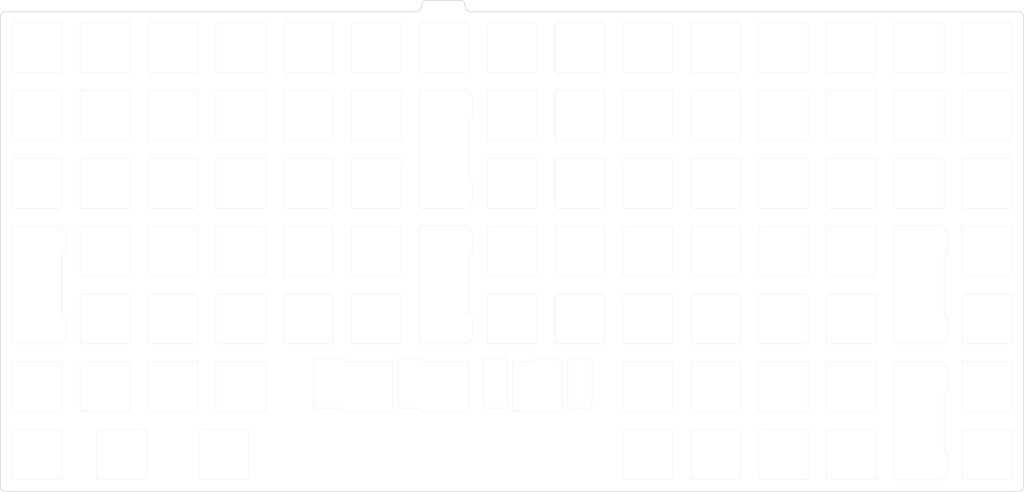
<source format=kicad_pcb>
(kicad_pcb (version 20221018) (generator pcbnew)
  (layers (0 "F.Cu" signal) (31 "B.Cu" signal) (34 "B.Paste" user) (35 "F.Paste" user) (36 "B.SilkS" user "B.Silkscreen") (37 "F.SilkS" user "F.Silkscreen") (38 "B.Mask" user) (39 "F.Mask" user) (44 "Edge.Cuts" user))
  (net 0 "")
  (gr_line (start 325.555842 163.303305) (end 312.555842 163.303305) (stroke (width 0.05)) (layer "Edge.Cuts"))
  (gr_line (start 103.031084 130.229536) (end 116.031084 130.229536) (stroke (width 0.05)) (layer "Edge.Cuts"))
  (gr_curve (pts (xy 312.055842 168.82457) (xy 312.055842 168.524567) (xy 312.255854 168.32457) (xy 312.555842 168.32457)) (stroke (width 0.05)) (layer "Edge.Cuts"))
  (gr_curve (pts (xy 159.673627 111.682031) (xy 159.673627 111.382028) (xy 159.873639 111.182031) (xy 160.173627 111.182031)) (stroke (width 0.05)) (layer "Edge.Cuts"))
  (gr_line (start 193.722049 155.803305) (end 193.722049 161.603309) (stroke (width 0.05)) (layer "Edge.Cuts"))
  (gr_line (start 331.60124 73.087005) (end 344.60124 73.087005) (stroke (width 0.05)) (layer "Edge.Cuts"))
  (gr_curve (pts (xy 102.531084 73.587001) (xy 102.531084 73.286998) (xy 102.731096 73.087001) (xy 103.031084 73.087001)) (stroke (width 0.05)) (layer "Edge.Cuts"))
  (gr_line (start 306.506275 125.182035) (end 293.506275 125.182035) (stroke (width 0.05)) (layer "Edge.Cuts"))
  (gr_curve (pts (xy 157.31352 181.825614) (xy 157.31352 182.125617) (xy 157.513532 182.325614) (xy 157.81352 182.325614)) (stroke (width 0.05)) (layer "Edge.Cuts"))
  (gr_line (start 179.222049 130.203299) (end 192.222049 130.203299) (stroke (width 0.05)) (layer "Edge.Cuts"))
  (gr_line (start 141.12611 130.229544) (end 154.12611 130.229544) (stroke (width 0.05)) (layer "Edge.Cuts"))
  (gr_line (start 211.26876 163.277053) (end 198.26876 163.277053) (stroke (width 0.05)) (layer "Edge.Cuts"))
  (gr_line (start 268.912102 130.729536) (end 268.912102 143.729536) (stroke (width 0.05)) (layer "Edge.Cuts"))
  (gr_line (start 159.673627 162.777061) (end 159.673627 149.777061) (stroke (width 0.05)) (layer "Edge.Cuts"))
  (gr_line (start 306.507189 182.32457) (end 293.507189 182.32457) (stroke (width 0.05)) (layer "Edge.Cuts"))
  (gr_curve (pts (xy 140.62611 73.587003) (xy 140.62611 73.287) (xy 140.826122 73.087003) (xy 141.12611 73.087003)) (stroke (width 0.05)) (layer "Edge.Cuts"))
  (gr_line (start 345.100783 149.777069) (end 345.100783 162.777069) (stroke (width 0.05)) (layer "Edge.Cuts"))
  (gr_line (start 268.911188 149.777053) (end 268.911188 162.777053) (stroke (width 0.05)) (layer "Edge.Cuts"))
  (gr_line (start 192.722049 162.103309) (end 192.722049 162.803305) (stroke (width 0.05)) (layer "Edge.Cuts"))
  (gr_line (start 254.911188 162.777053) (end 254.911188 149.777053) (stroke (width 0.05)) (layer "Edge.Cuts"))
  (gr_curve (pts (xy 135.578698 105.634518) (xy 135.578698 105.934521) (xy 135.378686 106.134518) (xy 135.078698 106.134518)) (stroke (width 0.05)) (layer "Edge.Cuts"))
  (gr_line (start 202.881337 181.325614) (end 197.081349 181.325614) (stroke (width 0.05)) (layer "Edge.Cuts"))
  (gr_curve (pts (xy 306.506275 149.277053) (xy 306.806263 149.277053) (xy 307.006275 149.47705) (xy 307.006275 149.777053)) (stroke (width 0.05)) (layer "Edge.Cuts"))
  (gr_line (start 178.670247 86.587005) (end 178.670247 73.587005) (stroke (width 0.05)) (layer "Edge.Cuts"))
  (gr_line (start 307.006275 149.777053) (end 307.006275 162.777053) (stroke (width 0.05)) (layer "Edge.Cuts"))
  (gr_line (start 312.055842 200.924576) (end 312.055842 187.924576) (stroke (width 0.05)) (layer "Edge.Cuts"))
  (gr_curve (pts (xy 274.458705 106.134518) (xy 274.158717 106.134518) (xy 273.958705 105.934521) (xy 273.958705 105.634518)) (stroke (width 0.05)) (layer "Edge.Cuts"))
  (gr_curve (pts (xy 192.722919 168.825614) (xy 192.722919 168.525611) (xy 192.522906 168.325614) (xy 192.222919 168.325614)) (stroke (width 0.05)) (layer "Edge.Cuts"))
  (gr_curve (pts (xy 79.438169 137.730458) (xy 79.438169 138.030461) (xy 79.238157 138.230458) (xy 78.938169 138.230458)) (stroke (width 0.05)) (layer "Edge.Cuts"))
  (gr_line (start 190.11875 66.737503) (end 180.818763 66.737503) (stroke (width 0.2)) (layer "Edge.Cuts"))
  (gr_curve (pts (xy 178.670247 73.587005) (xy 178.670247 73.287002) (xy 178.870259 73.087005) (xy 179.170247 73.087005)) (stroke (width 0.05)) (layer "Edge.Cuts"))
  (gr_line (start 77.936056 201.372087) (end 64.936056 201.372087) (stroke (width 0.05)) (layer "Edge.Cuts"))
  (gr_line (start 83.48357 124.682035) (end 83.48357 111.682035) (stroke (width 0.05)) (layer "Edge.Cuts"))
  (gr_line (start 344.600783 201.372102) (end 331.600783 201.372102) (stroke (width 0.05)) (layer "Edge.Cuts"))
  (gr_curve (pts (xy 173.173627 92.134518) (xy 173.473614 92.134518) (xy 173.673627 92.334515) (xy 173.673627 92.634518)) (stroke (width 0.05)) (layer "Edge.Cuts"))
  (gr_line (start 293.507189 168.32457) (end 306.507189 168.32457) (stroke (width 0.05)) (layer "Edge.Cuts"))
  (gr_curve (pts (xy 227.215561 180.824701) (xy 227.215561 181.124704) (xy 227.015549 181.324701) (xy 226.715561 181.324701)) (stroke (width 0.05)) (layer "Edge.Cuts"))
  (gr_curve (pts (xy 193.722049 137.703299) (xy 193.722049 138.003302) (xy 193.522037 138.203299) (xy 193.222049 138.203299)) (stroke (width 0.05)) (layer "Edge.Cuts"))
  (gr_line (start 178.722049 111.734524) (end 178.722049 92.634518) (stroke (width 0.05)) (layer "Edge.Cuts"))
  (gr_line (start 249.863686 187.872087) (end 249.863686 200.872087) (stroke (width 0.05)) (layer "Edge.Cuts"))
  (gr_line (start 83.98357 168.32457) (end 96.98357 168.32457) (stroke (width 0.05)) (layer "Edge.Cuts"))
  (gr_curve (pts (xy 230.815567 105.634518) (xy 230.815567 105.934521) (xy 230.615555 106.134518) (xy 230.315567 106.134518)) (stroke (width 0.05)) (layer "Edge.Cuts"))
  (gr_line (start 122.078698 130.229536) (end 135.078698 130.229536) (stroke (width 0.05)) (layer "Edge.Cuts"))
  (gr_line (start 192.722049 100.134518) (end 192.722049 117.234524) (stroke (width 0.05)) (layer "Edge.Cuts"))
  (gr_curve (pts (xy 141.12611 163.277053) (xy 140.826122 163.277053) (xy 140.62611 163.077056) (xy 140.62611 162.777053)) (stroke (width 0.05)) (layer "Edge.Cuts"))
  (gr_line (start 77.936056 87.087001) (end 64.936056 87.087001) (stroke (width 0.05)) (layer "Edge.Cuts"))
  (gr_line (start 312.553739 92.134518) (end 325.553739 92.134518) (stroke (width 0.05)) (layer "Edge.Cuts"))
  (gr_curve (pts (xy 160.173627 87.087005) (xy 159.873639 87.087005) (xy 159.673627 86.887008) (xy 159.673627 86.587005)) (stroke (width 0.05)) (layer "Edge.Cuts"))
  (gr_line (start 312.053739 105.634518) (end 312.053739 92.634518) (stroke (width 0.05)) (layer "Edge.Cuts"))
  (gr_curve (pts (xy 249.863686 86.587005) (xy 249.863686 86.887008) (xy 249.663674 87.087005) (xy 249.363686 87.087005)) (stroke (width 0.05)) (layer "Edge.Cuts"))
  (gr_curve (pts (xy 345.101697 143.729552) (xy 345.101697 144.029555) (xy 344.901685 144.229552) (xy 344.601697 144.229552)) (stroke (width 0.05)) (layer "Edge.Cuts"))
  (gr_curve (pts (xy 121.578698 130.729536) (xy 121.578698 130.429533) (xy 121.77871 130.229536) (xy 122.078698 130.229536)) (stroke (width 0.05)) (layer "Edge.Cuts"))
  (gr_curve (pts (xy 230.315567 92.134518) (xy 230.615555 92.134518) (xy 230.815567 92.334515) (xy 230.815567 92.634518)) (stroke (width 0.05)) (layer "Edge.Cuts"))
  (gr_curve (pts (xy 274.458732 87.087001) (xy 274.158744 87.087001) (xy 273.958732 86.887004) (xy 273.958732 86.587001)) (stroke (width 0.05)) (layer "Edge.Cuts"))
  (gr_line (start 345.101697 130.729552) (end 345.101697 143.729552) (stroke (width 0.05)) (layer "Edge.Cuts"))
  (gr_curve (pts (xy 287.959618 143.729536) (xy 287.959618 144.029539) (xy 287.759606 144.229536) (xy 287.459618 144.229536)) (stroke (width 0.05)) (layer "Edge.Cuts"))
  (gr_curve (pts (xy 154.12611 149.277053) (xy 154.426098 149.277053) (xy 154.62611 149.47705) (xy 154.62611 149.777053)) (stroke (width 0.05)) (layer "Edge.Cuts"))
  (gr_line (start 249.363686 87.087005) (end 236.363686 87.087005) (stroke (width 0.05)) (layer "Edge.Cuts"))
  (gr_line (start 179.222919 182.325614) (end 192.222919 182.325614) (stroke (width 0.05)) (layer "Edge.Cuts"))
  (gr_curve (pts (xy 287.458705 92.134518) (xy 287.758693 92.134518) (xy 287.958705 92.334515) (xy 287.958705 92.634518)) (stroke (width 0.05)) (layer "Edge.Cuts"))
  (gr_curve (pts (xy 122.078698 163.277053) (xy 121.77871 163.277053) (xy 121.578698 163.077056) (xy 121.578698 162.777053)) (stroke (width 0.05)) (layer "Edge.Cuts"))
  (gr_line (start 64.936056 73.087001) (end 77.936056 73.087001) (stroke (width 0.05)) (layer "Edge.Cuts"))
  (gr_line (start 325.553739 125.182035) (end 312.553739 125.182035) (stroke (width 0.05)) (layer "Edge.Cuts"))
  (gr_curve (pts (xy 293.506275 106.134518) (xy 293.206287 106.134518) (xy 293.006275 105.934521) (xy 293.006275 105.634518)) (stroke (width 0.05)) (layer "Edge.Cuts"))
  (gr_curve (pts (xy 216.815567 149.777053) (xy 216.815567 149.47705) (xy 217.015579 149.277053) (xy 217.315567 149.277053)) (stroke (width 0.05)) (layer "Edge.Cuts"))
  (gr_curve (pts (xy 217.315567 87.087005) (xy 217.015579 87.087005) (xy 216.815567 86.887008) (xy 216.815567 86.587005)) (stroke (width 0.05)) (layer "Edge.Cuts"))
  (gr_curve (pts (xy 64.436056 92.634518) (xy 64.436056 92.334515) (xy 64.636068 92.134518) (xy 64.936056 92.134518)) (stroke (width 0.05)) (layer "Edge.Cuts"))
  (gr_line (start 344.60124 87.087005) (end 331.60124 87.087005) (stroke (width 0.05)) (layer "Edge.Cuts"))
  (gr_line (start 117.316717 187.372087) (end 130.316717 187.372087) (stroke (width 0.05)) (layer "Edge.Cuts"))
  (gr_curve (pts (xy 331.10124 73.587005) (xy 331.10124 73.287002) (xy 331.301252 73.087005) (xy 331.60124 73.087005)) (stroke (width 0.05)) (layer "Edge.Cuts"))
  (gr_curve (pts (xy 287.458705 111.182035) (xy 287.758693 111.182035) (xy 287.958705 111.382032) (xy 287.958705 111.682035)) (stroke (width 0.05)) (layer "Edge.Cuts"))
  (gr_curve (pts (xy 64.438169 130.730458) (xy 64.438169 130.430455) (xy 64.638181 130.230458) (xy 64.938169 130.230458)) (stroke (width 0.05)) (layer "Edge.Cuts"))
  (gr_curve (pts (xy 249.363686 73.087005) (xy 249.663674 73.087005) (xy 249.863686 73.287002) (xy 249.863686 73.587005)) (stroke (width 0.05)) (layer "Edge.Cuts"))
  (gr_line (start 211.26876 125.182035) (end 198.26876 125.182035) (stroke (width 0.05)) (layer "Edge.Cuts"))
  (gr_curve (pts (xy 121.578698 168.82457) (xy 121.578698 168.524567) (xy 121.77871 168.32457) (xy 122.078698 168.32457)) (stroke (width 0.05)) (layer "Edge.Cuts"))
  (gr_line (start 255.411188 92.134518) (end 268.411188 92.134518) (stroke (width 0.05)) (layer "Edge.Cuts"))
  (gr_line (start 116.531084 73.587001) (end 116.531084 86.587001) (stroke (width 0.05)) (layer "Edge.Cuts"))
  (gr_curve (pts (xy 191.61875 68.237503) (xy 191.61875 67.4375) (xy 190.918738 66.737503) (xy 190.11875 66.737503)) (stroke (width 0.2)) (layer "Edge.Cuts"))
  (gr_line (start 236.363686 92.134518) (end 249.363686 92.134518) (stroke (width 0.05)) (layer "Edge.Cuts"))
  (gr_line (start 83.48357 143.729536) (end 83.48357 130.729536) (stroke (width 0.05)) (layer "Edge.Cuts"))
  (gr_curve (pts (xy 202.881337 167.325614) (xy 203.181325 167.325614) (xy 203.381337 167.525611) (xy 203.381337 167.825614)) (stroke (width 0.05)) (layer "Edge.Cuts"))
  (gr_curve (pts (xy 170.81352 168.325614) (xy 171.113508 168.325614) (xy 171.31352 168.525611) (xy 171.31352 168.825614)) (stroke (width 0.05)) (layer "Edge.Cuts"))
  (gr_curve (pts (xy 193.222049 117.234524) (xy 193.522037 117.234524) (xy 193.722049 117.434521) (xy 193.722049 117.734524)) (stroke (width 0.05)) (layer "Edge.Cuts"))
  (gr_line (start 173.173627 163.277061) (end 160.173627 163.277061) (stroke (width 0.05)) (layer "Edge.Cuts"))
  (gr_line (start 331.10124 124.682035) (end 331.10124 111.682035) (stroke (width 0.05)) (layer "Edge.Cuts"))
  (gr_curve (pts (xy 273.958705 92.634518) (xy 273.958705 92.334515) (xy 274.158717 92.134518) (xy 274.458705 92.134518)) (stroke (width 0.05)) (layer "Edge.Cuts"))
  (gr_curve (pts (xy 249.363686 92.134518) (xy 249.663674 92.134518) (xy 249.863686 92.334515) (xy 249.863686 92.634518)) (stroke (width 0.05)) (layer "Edge.Cuts"))
  (gr_curve (pts (xy 274.458705 125.182035) (xy 274.158717 125.182035) (xy 273.958705 124.982038) (xy 273.958705 124.682035)) (stroke (width 0.05)) (layer "Edge.Cuts"))
  (gr_line (start 307.007189 130.729536) (end 307.007189 143.729536) (stroke (width 0.05)) (layer "Edge.Cuts"))
  (gr_line (start 135.078698 182.32457) (end 122.078698 182.32457) (stroke (width 0.05)) (layer "Edge.Cuts"))
  (gr_curve (pts (xy 255.411188 201.372087) (xy 255.1112 201.372087) (xy 254.911188 201.17209) (xy 254.911188 200.872087)) (stroke (width 0.05)) (layer "Edge.Cuts"))
  (gr_line (start 78.436056 92.634518) (end 78.436056 105.634518) (stroke (width 0.05)) (layer "Edge.Cuts"))
  (gr_curve (pts (xy 293.507189 144.229536) (xy 293.207201 144.229536) (xy 293.007189 144.029539) (xy 293.007189 143.729536)) (stroke (width 0.05)) (layer "Edge.Cuts"))
  (gr_line (start 312.053739 86.587005) (end 312.053739 73.587005) (stroke (width 0.05)) (layer "Edge.Cuts"))
  (gr_curve (pts (xy 293.006275 111.682035) (xy 293.006275 111.382032) (xy 293.206287 111.182035) (xy 293.506275 111.182035)) (stroke (width 0.05)) (layer "Edge.Cuts"))
  (gr_curve (pts (xy 103.031084 144.229536) (xy 102.731096 144.229536) (xy 102.531084 144.029539) (xy 102.531084 143.729536)) (stroke (width 0.05)) (layer "Edge.Cuts"))
  (gr_line (start 293.006275 162.777053) (end 293.006275 149.777053) (stroke (width 0.05)) (layer "Edge.Cuts"))
  (gr_curve (pts (xy 96.98357 149.277053) (xy 97.283557 149.277053) (xy 97.48357 149.47705) (xy 97.48357 149.777053)) (stroke (width 0.05)) (layer "Edge.Cuts"))
  (gr_curve (pts (xy 293.006275 149.777053) (xy 293.006275 149.47705) (xy 293.206287 149.277053) (xy 293.506275 149.277053)) (stroke (width 0.05)) (layer "Edge.Cuts"))
  (gr_line (start 193.722049 131.903296) (end 193.722049 137.703299) (stroke (width 0.05)) (layer "Edge.Cuts"))
  (gr_line (start 96.98357 125.182035) (end 83.98357 125.182035) (stroke (width 0.05)) (layer "Edge.Cuts"))
  (gr_curve (pts (xy 211.26876 149.277053) (xy 211.568747 149.277053) (xy 211.76876 149.47705) (xy 211.76876 149.777053)) (stroke (width 0.05)) (layer "Edge.Cuts"))
  (gr_line (start 83.98357 111.182035) (end 96.98357 111.182035) (stroke (width 0.05)) (layer "Edge.Cuts"))
  (gr_curve (pts (xy 293.506275 163.277053) (xy 293.206287 163.277053) (xy 293.006275 163.077056) (xy 293.006275 162.777053)) (stroke (width 0.05)) (layer "Edge.Cuts"))
  (gr_curve (pts (xy 102.531084 168.82457) (xy 102.531084 168.524567) (xy 102.731096 168.32457) (xy 103.031084 168.32457)) (stroke (width 0.05)) (layer "Edge.Cuts"))
  (gr_curve (pts (xy 254.911188 73.587001) (xy 254.911188 73.286998) (xy 255.1112 73.087001) (xy 255.411188 73.087001)) (stroke (width 0.05)) (layer "Edge.Cuts"))
  (gr_curve (pts (xy 249.3646 130.229536) (xy 249.664588 130.229536) (xy 249.8646 130.429533) (xy 249.8646 130.729536)) (stroke (width 0.05)) (layer "Edge.Cuts"))
  (gr_line (start 345.10124 73.587005) (end 345.10124 86.587005) (stroke (width 0.05)) (layer "Edge.Cuts"))
  (gr_curve (pts (xy 116.531084 86.587001) (xy 116.531084 86.887004) (xy 116.331071 87.087001) (xy 116.031084 87.087001)) (stroke (width 0.05)) (layer "Edge.Cuts"))
  (gr_line (start 116.816717 200.872087) (end 116.816717 187.872087) (stroke (width 0.05)) (layer "Edge.Cuts"))
  (gr_curve (pts (xy 180.818763 66.737503) (xy 180.018775 66.737503) (xy 179.318763 67.4375) (xy 179.318763 68.237503)) (stroke (width 0.2)) (layer "Edge.Cuts"))
  (gr_curve (pts (xy 83.98357 144.229536) (xy 83.683582 144.229536) (xy 83.48357 144.029539) (xy 83.48357 143.729536)) (stroke (width 0.05)) (layer "Edge.Cuts"))
  (gr_line (start 211.76876 92.634518) (end 211.76876 105.634518) (stroke (width 0.05)) (layer "Edge.Cuts"))
  (gr_line (start 327.055842 155.803305) (end 327.055842 161.603309) (stroke (width 0.05)) (layer "Edge.Cuts"))
  (gr_curve (pts (xy 331.10124 111.682035) (xy 331.10124 111.382032) (xy 331.301252 111.182035) (xy 331.60124 111.182035)) (stroke (width 0.05)) (layer "Edge.Cuts"))
  (gr_line (start 293.007189 143.729536) (end 293.007189 130.729536) (stroke (width 0.05)) (layer "Edge.Cuts"))
  (gr_line (start 191.61875 68.4375) (end 191.61875 68.237503) (stroke (width 0.2)) (layer "Edge.Cuts"))
  (gr_line (start 116.031084 144.229536) (end 103.031084 144.229536) (stroke (width 0.05)) (layer "Edge.Cuts"))
  (gr_line (start 287.459618 182.32457) (end 274.459618 182.32457) (stroke (width 0.05)) (layer "Edge.Cuts"))
  (gr_line (start 78.436056 73.587001) (end 78.436056 86.587001) (stroke (width 0.05)) (layer "Edge.Cuts"))
  (gr_curve (pts (xy 211.76876 105.634518) (xy 211.76876 105.934521) (xy 211.568747 106.134518) (xy 211.26876 106.134518)) (stroke (width 0.05)) (layer "Edge.Cuts"))
  (gr_line (start 141.12611 73.087003) (end 154.12611 73.087003) (stroke (width 0.05)) (layer "Edge.Cuts"))
  (gr_line (start 268.412102 144.229536) (end 255.412102 144.229536) (stroke (width 0.05)) (layer "Edge.Cuts"))
  (gr_curve (pts (xy 268.411188 187.372087) (xy 268.711176 187.372087) (xy 268.911188 187.572084) (xy 268.911188 187.872087)) (stroke (width 0.05)) (layer "Edge.Cuts"))
  (gr_curve (pts (xy 64.938169 163.330464) (xy 64.638181 163.330464) (xy 64.438169 163.130467) (xy 64.438169 162.830464)) (stroke (width 0.05)) (layer "Edge.Cuts"))
  (gr_curve (pts (xy 135.578698 181.82457) (xy 135.578698 182.124573) (xy 135.378686 182.32457) (xy 135.078698 182.32457)) (stroke (width 0.05)) (layer "Edge.Cuts"))
  (gr_line (start 192.722919 181.825614) (end 192.722919 168.825614) (stroke (width 0.05)) (layer "Edge.Cuts"))
  (gr_curve (pts (xy 78.436056 124.682035) (xy 78.436056 124.982038) (xy 78.236043 125.182035) (xy 77.936056 125.182035)) (stroke (width 0.05)) (layer "Edge.Cuts"))
  (gr_line (start 77.938169 163.330464) (end 64.938169 163.330464) (stroke (width 0.05)) (layer "Edge.Cuts"))
  (gr_curve (pts (xy 135.078698 92.134518) (xy 135.378686 92.134518) (xy 135.578698 92.334515) (xy 135.578698 92.634518)) (stroke (width 0.05)) (layer "Edge.Cuts"))
  (gr_curve (pts (xy 344.60124 111.182035) (xy 344.901228 111.182035) (xy 345.10124 111.382032) (xy 345.10124 111.682035)) (stroke (width 0.05)) (layer "Edge.Cuts"))
  (gr_curve (pts (xy 135.578698 162.777053) (xy 135.578698 163.077056) (xy 135.378686 163.277053) (xy 135.078698 163.277053)) (stroke (width 0.05)) (layer "Edge.Cuts"))
  (gr_line (start 140.62611 162.777053) (end 140.62611 149.777053) (stroke (width 0.05)) (layer "Edge.Cuts"))
  (gr_line (start 327.055842 131.903296) (end 327.055842 137.703299) (stroke (width 0.05)) (layer "Edge.Cuts"))
  (gr_line (start 268.411188 87.087001) (end 255.411188 87.087001) (stroke (width 0.05)) (layer "Edge.Cuts"))
  (gr_curve (pts (xy 211.76876 162.777053) (xy 211.76876 163.077056) (xy 211.568747 163.277053) (xy 211.26876 163.277053)) (stroke (width 0.05)) (layer "Edge.Cuts"))
  (gr_curve (pts (xy 173.173627 130.229544) (xy 173.473614 130.229544) (xy 173.673627 130.429541) (xy 173.673627 130.729544)) (stroke (width 0.05)) (layer "Edge.Cuts"))
  (gr_line (start 325.553739 87.087005) (end 312.553739 87.087005) (stroke (width 0.05)) (layer "Edge.Cuts"))
  (gr_line (start 217.315567 149.277053) (end 230.315567 149.277053) (stroke (width 0.05)) (layer "Edge.Cuts"))
  (gr_line (start 274.458705 149.277053) (end 287.458705 149.277053) (stroke (width 0.05)) (layer "Edge.Cuts"))
  (gr_curve (pts (xy 307.007189 181.82457) (xy 307.007189 182.124573) (xy 306.807177 182.32457) (xy 306.507189 182.32457)) (stroke (width 0.05)) (layer "Edge.Cuts"))
  (gr_curve (pts (xy 141.12611 125.182035) (xy 140.826122 125.182035) (xy 140.62611 124.982038) (xy 140.62611 124.682035)) (stroke (width 0.05)) (layer "Edge.Cuts"))
  (gr_curve (pts (xy 102.531084 111.682035) (xy 102.531084 111.382032) (xy 102.731096 111.182035) (xy 103.031084 111.182035)) (stroke (width 0.05)) (layer "Edge.Cuts"))
  (gr_line (start 116.031084 182.32457) (end 103.031084 182.32457) (stroke (width 0.05)) (layer "Edge.Cuts"))
  (gr_line (start 157.31352 181.325614) (end 157.31352 181.825614) (stroke (width 0.05)) (layer "Edge.Cuts"))
  (gr_line (start 193.222049 162.103309) (end 192.722049 162.103309) (stroke (width 0.05)) (layer "Edge.Cuts"))
  (gr_line (start 159.673627 124.682031) (end 159.673627 111.682031) (stroke (width 0.05)) (layer "Edge.Cuts"))
  (gr_line (start 326.055842 155.303305) (end 326.555842 155.303305) (stroke (width 0.05)) (layer "Edge.Cuts"))
  (gr_curve (pts (xy 348.418769 71.4375) (xy 348.418769 70.637497) (xy 347.718756 69.9375) (xy 346.918769 69.9375)) (stroke (width 0.2)) (layer "Edge.Cuts"))
  (gr_curve (pts (xy 173.673627 86.587005) (xy 173.673627 86.887008) (xy 173.473614 87.087005) (xy 173.173627 87.087005)) (stroke (width 0.05)) (layer "Edge.Cuts"))
  (gr_line (start 274.458705 111.182035) (end 287.458705 111.182035) (stroke (width 0.05)) (layer "Edge.Cuts"))
  (gr_line (start 273.959618 143.729536) (end 273.959618 130.729536) (stroke (width 0.05)) (layer "Edge.Cuts"))
  (gr_line (start 135.578698 92.634518) (end 135.578698 105.634518) (stroke (width 0.05)) (layer "Edge.Cuts"))
  (gr_curve (pts (xy 293.007189 168.82457) (xy 293.007189 168.524567) (xy 293.207201 168.32457) (xy 293.507189 168.32457)) (stroke (width 0.05)) (layer "Edge.Cuts"))
  (gr_line (start 254.911188 86.587001) (end 254.911188 73.587001) (stroke (width 0.05)) (layer "Edge.Cuts"))
  (gr_curve (pts (xy 345.100783 200.872102) (xy 345.100783 201.172105) (xy 344.900771 201.372102) (xy 344.600783 201.372102)) (stroke (width 0.05)) (layer "Edge.Cuts"))
  (gr_curve (pts (xy 211.76876 86.587005) (xy 211.76876 86.887008) (xy 211.568747 87.087005) (xy 211.26876 87.087005)) (stroke (width 0.05)) (layer "Edge.Cuts"))
  (gr_curve (pts (xy 287.958705 105.634518) (xy 287.958705 105.934521) (xy 287.758693 106.134518) (xy 287.458705 106.134518)) (stroke (width 0.05)) (layer "Edge.Cuts"))
  (gr_curve (pts (xy 287.459618 168.32457) (xy 287.759606 168.32457) (xy 287.959618 168.524567) (xy 287.959618 168.82457)) (stroke (width 0.05)) (layer "Edge.Cuts"))
  (gr_curve (pts (xy 236.3646 144.229536) (xy 236.064612 144.229536) (xy 235.8646 144.029539) (xy 235.8646 143.729536)) (stroke (width 0.05)) (layer "Edge.Cuts"))
  (gr_curve (pts (xy 293.007189 130.729536) (xy 293.007189 130.429533) (xy 293.207201 130.229536) (xy 293.507189 130.229536)) (stroke (width 0.05)) (layer "Edge.Cuts"))
  (gr_line (start 173.673627 149.777061) (end 173.673627 162.777061) (stroke (width 0.05)) (layer "Edge.Cuts"))
  (gr_curve (pts (xy 192.722049 124.734524) (xy 192.722049 125.034527) (xy 192.522037 125.234524) (xy 192.222049 125.234524)) (stroke (width 0.05)) (layer "Edge.Cuts"))
  (gr_line (start 116.531084 168.82457) (end 116.531084 181.82457) (stroke (width 0.05)) (layer "Edge.Cuts"))
  (gr_curve (pts (xy 97.48357 181.82457) (xy 97.48357 182.124573) (xy 97.283557 182.32457) (xy 96.98357 182.32457)) (stroke (width 0.05)) (layer "Edge.Cuts"))
  (gr_line (start 307.006275 111.682035) (end 307.006275 124.682035) (stroke (width 0.05)) (layer "Edge.Cuts"))
  (gr_line (start 287.458705 201.372087) (end 274.458705 201.372087) (stroke (width 0.05)) (layer "Edge.Cuts"))
  (gr_line (start 249.3646 144.229536) (end 236.3646 144.229536) (stroke (width 0.05)) (layer "Edge.Cuts"))
  (gr_line (start 173.673627 92.634518) (end 173.673627 105.634518) (stroke (width 0.05)) (layer "Edge.Cuts"))
  (gr_curve (pts (xy 326.555842 169.524567) (xy 326.85583 169.524567) (xy 327.055842 169.724564) (xy 327.055842 170.024567)) (stroke (width 0.05)) (layer "Edge.Cuts"))
  (gr_line (start 345.10124 92.634518) (end 345.10124 105.634518) (stroke (width 0.05)) (layer "Edge.Cuts"))
  (gr_curve (pts (xy 116.031084 111.182035) (xy 116.331071 111.182035) (xy 116.531084 111.382032) (xy 116.531084 111.682035)) (stroke (width 0.05)) (layer "Edge.Cuts"))
  (gr_line (start 312.555842 168.32457) (end 325.555842 168.32457) (stroke (width 0.05)) (layer "Edge.Cuts"))
  (gr_curve (pts (xy 268.411188 149.277053) (xy 268.711176 149.277053) (xy 268.911188 149.47705) (xy 268.911188 149.777053)) (stroke (width 0.05)) (layer "Edge.Cuts"))
  (gr_curve (pts (xy 287.458705 149.277053) (xy 287.758693 149.277053) (xy 287.958705 149.47705) (xy 287.958705 149.777053)) (stroke (width 0.05)) (layer "Edge.Cuts"))
  (gr_line (start 198.26876 111.182035) (end 211.26876 111.182035) (stroke (width 0.05)) (layer "Edge.Cuts"))
  (gr_curve (pts (xy 97.48357 86.587001) (xy 97.48357 86.887004) (xy 97.283557 87.087001) (xy 96.98357 87.087001)) (stroke (width 0.05)) (layer "Edge.Cuts"))
  (gr_line (start 197.76876 162.777053) (end 197.76876 149.777053) (stroke (width 0.05)) (layer "Edge.Cuts"))
  (gr_line (start 116.031084 87.087001) (end 103.031084 87.087001) (stroke (width 0.05)) (layer "Edge.Cuts"))
  (gr_line (start 83.48357 105.634518) (end 83.48357 92.634518) (stroke (width 0.05)) (layer "Edge.Cuts"))
  (gr_curve (pts (xy 83.98357 106.134518) (xy 83.683582 106.134518) (xy 83.48357 105.934521) (xy 83.48357 105.634518)) (stroke (width 0.05)) (layer "Edge.Cuts"))
  (gr_curve (pts (xy 64.936056 182.32457) (xy 64.636068 182.32457) (xy 64.436056 182.124573) (xy 64.436056 181.82457)) (stroke (width 0.05)) (layer "Edge.Cuts"))
  (gr_curve (pts (xy 344.601697 130.229552) (xy 344.901685 130.229552) (xy 345.101697 130.429549) (xy 345.101697 130.729552)) (stroke (width 0.05)) (layer "Edge.Cuts"))
  (gr_line (start 121.578698 181.82457) (end 121.578698 168.82457) (stroke (width 0.05)) (layer "Edge.Cuts"))
  (gr_line (start 77.936056 106.134518) (end 64.936056 106.134518) (stroke (width 0.05)) (layer "Edge.Cuts"))
  (gr_line (start 197.769673 143.729536) (end 197.769673 130.729536) (stroke (width 0.05)) (layer "Edge.Cuts"))
  (gr_curve (pts (xy 217.316481 144.229536) (xy 217.016493 144.229536) (xy 216.816481 144.029539) (xy 216.816481 143.729536)) (stroke (width 0.05)) (layer "Edge.Cuts"))
  (gr_curve (pts (xy 122.078698 106.134518) (xy 121.77871 106.134518) (xy 121.578698 105.934521) (xy 121.578698 105.634518)) (stroke (width 0.05)) (layer "Edge.Cuts"))
  (gr_curve (pts (xy 192.222919 182.325614) (xy 192.522906 182.325614) (xy 192.722919 182.125617) (xy 192.722919 181.825614)) (stroke (width 0.05)) (layer "Edge.Cuts"))
  (gr_line (start 326.555842 200.224579) (end 326.055842 200.224579) (stroke (width 0.05)) (layer "Edge.Cuts"))
  (gr_curve (pts (xy 307.006275 86.587005) (xy 307.006275 86.887008) (xy 306.806263 87.087005) (xy 306.506275 87.087005)) (stroke (width 0.05)) (layer "Edge.Cuts"))
  (gr_curve (pts (xy 102.531084 149.777053) (xy 102.531084 149.47705) (xy 102.731096 149.277053) (xy 103.031084 149.277053)) (stroke (width 0.05)) (layer "Edge.Cuts"))
  (gr_curve (pts (xy 307.007189 143.729536) (xy 307.007189 144.029539) (xy 306.807177 144.229536) (xy 306.507189 144.229536)) (stroke (width 0.05)) (layer "Edge.Cuts"))
  (gr_curve (pts (xy 235.863686 149.777053) (xy 235.863686 149.47705) (xy 236.063699 149.277053) (xy 236.363686 149.277053)) (stroke (width 0.05)) (layer "Edge.Cuts"))
  (gr_curve (pts (xy 345.10124 124.682035) (xy 345.10124 124.982038) (xy 344.901228 125.182035) (xy 344.60124 125.182035)) (stroke (width 0.05)) (layer "Edge.Cuts"))
  (gr_line (start 178.722919 181.325614) (end 178.722919 181.825614) (stroke (width 0.05)) (layer "Edge.Cuts"))
  (gr_curve (pts (xy 325.555842 168.32457) (xy 325.85583 168.32457) (xy 326.055842 168.524567) (xy 326.055842 168.82457)) (stroke (width 0.05)) (layer "Edge.Cuts"))
  (gr_curve (pts (xy 326.053739 105.634518) (xy 326.053739 105.934521) (xy 325.853726 106.134518) (xy 325.553739 106.134518)) (stroke (width 0.05)) (layer "Edge.Cuts"))
  (gr_line (start 331.100783 200.872102) (end 331.100783 187.872102) (stroke (width 0.05)) (layer "Edge.Cuts"))
  (gr_line (start 197.76876 86.587005) (end 197.76876 73.587005) (stroke (width 0.05)) (layer "Edge.Cuts"))
  (gr_line (start 345.100783 187.872102) (end 345.100783 200.872102) (stroke (width 0.05)) (layer "Edge.Cuts"))
  (gr_line (start 344.60124 125.182035) (end 331.60124 125.182035) (stroke (width 0.05)) (layer "Edge.Cuts"))
  (gr_line (start 96.98357 163.277053) (end 83.98357 163.277053) (stroke (width 0.05)) (layer "Edge.Cuts"))
  (gr_curve (pts (xy 135.078698 111.182035) (xy 135.378686 111.182035) (xy 135.578698 111.382032) (xy 135.578698 111.682035)) (stroke (width 0.05)) (layer "Edge.Cuts"))
  (gr_line (start 173.673627 111.682031) (end 173.673627 124.682031) (stroke (width 0.05)) (layer "Edge.Cuts"))
  (gr_line (start 178.722049 149.803305) (end 178.722049 130.703299) (stroke (width 0.05)) (layer "Edge.Cuts"))
  (gr_line (start 79.438169 131.930455) (end 79.438169 137.730458) (stroke (width 0.05)) (layer "Edge.Cuts"))
  (gr_line (start 83.98357 149.277053) (end 96.98357 149.277053) (stroke (width 0.05)) (layer "Edge.Cuts"))
  (gr_curve (pts (xy 121.578698 73.587005) (xy 121.578698 73.287002) (xy 121.77871 73.087005) (xy 122.078698 73.087005)) (stroke (width 0.05)) (layer "Edge.Cuts"))
  (gr_curve (pts (xy 230.315567 73.087005) (xy 230.615555 73.087005) (xy 230.815567 73.287002) (xy 230.815567 73.587005)) (stroke (width 0.05)) (layer "Edge.Cuts"))
  (gr_curve (pts (xy 78.436056 86.587001) (xy 78.436056 86.887004) (xy 78.236043 87.087001) (xy 77.936056 87.087001)) (stroke (width 0.05)) (layer "Edge.Cuts"))
  (gr_line (start 235.863686 124.682035) (end 235.863686 111.682035) (stroke (width 0.05)) (layer "Edge.Cuts"))
  (gr_line (start 249.3646 182.32457) (end 236.3646 182.32457) (stroke (width 0.05)) (layer "Edge.Cuts"))
  (gr_line (start 160.173627 130.229544) (end 173.173627 130.229544) (stroke (width 0.05)) (layer "Edge.Cuts"))
  (gr_curve (pts (xy 331.101697 168.824585) (xy 331.101697 168.524582) (xy 331.301709 168.324585) (xy 331.601697 168.324585)) (stroke (width 0.05)) (layer "Edge.Cuts"))
  (gr_line (start 192.722049 92.634518) (end 192.722049 93.334515) (stroke (width 0.05)) (layer "Edge.Cuts"))
  (gr_line (start 331.101697 143.729552) (end 331.101697 130.729552) (stroke (width 0.05)) (layer "Edge.Cuts"))
  (gr_curve (pts (xy 268.412102 130.229536) (xy 268.712089 130.229536) (xy 268.912102 130.429533) (xy 268.912102 130.729536)) (stroke (width 0.05)) (layer "Edge.Cuts"))
  (gr_curve (pts (xy 96.98357 168.32457) (xy 97.283557 168.32457) (xy 97.48357 168.524567) (xy 97.48357 168.82457)) (stroke (width 0.05)) (layer "Edge.Cuts"))
  (gr_curve (pts (xy 64.936056 87.087001) (xy 64.636068 87.087001) (xy 64.436056 86.887004) (xy 64.436056 86.587001)) (stroke (width 0.05)) (layer "Edge.Cuts"))
  (gr_line (start 235.863686 200.872087) (end 235.863686 187.872087) (stroke (width 0.05)) (layer "Edge.Cuts"))
  (gr_curve (pts (xy 312.053739 73.587005) (xy 312.053739 73.287002) (xy 312.253751 73.087005) (xy 312.553739 73.087005)) (stroke (width 0.05)) (layer "Edge.Cuts"))
  (gr_line (start 217.315567 73.087005) (end 230.315567 73.087005) (stroke (width 0.05)) (layer "Edge.Cuts"))
  (gr_line (start 154.62611 149.777053) (end 154.62611 162.777053) (stroke (width 0.05)) (layer "Edge.Cuts"))
  (gr_line (start 102.531084 143.729536) (end 102.531084 130.729536) (stroke (width 0.05)) (layer "Edge.Cuts"))
  (gr_line (start 154.12611 125.182035) (end 141.12611 125.182035) (stroke (width 0.05)) (layer "Edge.Cuts"))
  (gr_line (start 88.745447 187.372087) (end 101.745447 187.372087) (stroke (width 0.05)) (layer "Edge.Cuts"))
  (gr_line (start 268.411188 201.372087) (end 255.411188 201.372087) (stroke (width 0.05)) (layer "Edge.Cuts"))
  (gr_curve (pts (xy 122.078698 144.229536) (xy 121.77871 144.229536) (xy 121.578698 144.029539) (xy 121.578698 143.729536)) (stroke (width 0.05)) (layer "Edge.Cuts"))
  (gr_line (start 83.98357 92.134518) (end 96.98357 92.134518) (stroke (width 0.05)) (layer "Edge.Cuts"))
  (gr_curve (pts (xy 149.013532 180.825614) (xy 149.013532 181.125617) (xy 149.213545 181.325614) (xy 149.513532 181.325614)) (stroke (width 0.05)) (layer "Edge.Cuts"))
  (gr_line (start 97.48357 92.634518) (end 97.48357 105.634518) (stroke (width 0.05)) (layer "Edge.Cuts"))
  (gr_line (start 326.555842 176.32457) (end 326.055842 176.32457) (stroke (width 0.05)) (layer "Edge.Cuts"))
  (gr_line (start 217.315567 111.182035) (end 230.315567 111.182035) (stroke (width 0.05)) (layer "Edge.Cuts"))
  (gr_line (start 192.222049 163.303305) (end 179.222049 163.303305) (stroke (width 0.05)) (layer "Edge.Cuts"))
  (gr_line (start 216.815567 105.634518) (end 216.815567 92.634518) (stroke (width 0.05)) (layer "Edge.Cuts"))
  (gr_line (start 254.911188 124.682035) (end 254.911188 111.682035) (stroke (width 0.05)) (layer "Edge.Cuts"))
  (gr_curve (pts (xy 77.936056 187.372087) (xy 78.236043 187.372087) (xy 78.436056 187.572084) (xy 78.436056 187.872087)) (stroke (width 0.05)) (layer "Edge.Cuts"))
  (gr_line (start 192.722049 155.303305) (end 193.222049 155.303305) (stroke (width 0.05)) (layer "Edge.Cuts"))
  (gr_curve (pts (xy 218.411519 182.325614) (xy 218.711507 182.325614) (xy 218.911519 182.125617) (xy 218.911519 181.825614)) (stroke (width 0.05)) (layer "Edge.Cuts"))
  (gr_curve (pts (xy 116.031084 168.32457) (xy 116.331071 168.32457) (xy 116.531084 168.524567) (xy 116.531084 168.82457)) (stroke (width 0.05)) (layer "Edge.Cuts"))
  (gr_line (start 122.078698 111.182035) (end 135.078698 111.182035) (stroke (width 0.05)) (layer "Edge.Cuts"))
  (gr_line (start 255.412102 168.32457) (end 268.412102 168.32457) (stroke (width 0.05)) (layer "Edge.Cuts"))
  (gr_line (start 326.555842 138.203299) (end 326.055842 138.203299) (stroke (width 0.05)) (layer "Edge.Cuts"))
  (gr_curve (pts (xy 211.26876 111.182035) (xy 211.568747 111.182035) (xy 211.76876 111.382032) (xy 211.76876 111.682035)) (stroke (width 0.05)) (layer "Edge.Cuts"))
  (gr_line (start 135.078698 163.277053) (end 122.078698 163.277053) (stroke (width 0.05)) (layer "Edge.Cuts"))
  (gr_curve (pts (xy 122.078698 87.087005) (xy 121.77871 87.087005) (xy 121.578698 86.887008) (xy 121.578698 86.587005)) (stroke (width 0.05)) (layer "Edge.Cuts"))
  (gr_line (start 172.822925 167.825614) (end 172.822925 180.825614) (stroke (width 0.05)) (layer "Edge.Cuts"))
  (gr_curve (pts (xy 198.26876 163.277053) (xy 197.968772 163.277053) (xy 197.76876 163.077056) (xy 197.76876 162.777053)) (stroke (width 0.05)) (layer "Edge.Cuts"))
  (gr_line (start 344.601697 144.229552) (end 331.601697 144.229552) (stroke (width 0.05)) (layer "Edge.Cuts"))
  (gr_line (start 78.438169 130.730458) (end 78.438169 131.430455) (stroke (width 0.05)) (layer "Edge.Cuts"))
  (gr_line (start 78.438169 131.430455) (end 78.938169 131.430455) (stroke (width 0.05)) (layer "Edge.Cuts"))
  (gr_line (start 235.863686 162.777053) (end 235.863686 149.777053) (stroke (width 0.05)) (layer "Edge.Cuts"))
  (gr_line (start 312.055842 187.924576) (end 312.055842 168.82457) (stroke (width 0.05)) (layer "Edge.Cuts"))
  (gr_curve (pts (xy 173.673627 143.729544) (xy 173.673627 144.029547) (xy 173.473614 144.229544) (xy 173.173627 144.229544)) (stroke (width 0.05)) (layer "Edge.Cuts"))
  (gr_curve (pts (xy 83.48357 168.82457) (xy 83.48357 168.524567) (xy 83.683582 168.32457) (xy 83.98357 168.32457)) (stroke (width 0.05)) (layer "Edge.Cuts"))
  (gr_curve (pts (xy 211.411519 167.325614) (xy 211.111531 167.325614) (xy 210.911519 167.525611) (xy 210.911519 167.825614)) (stroke (width 0.05)) (layer "Edge.Cuts"))
  (gr_line (start 135.578698 130.729536) (end 135.578698 143.729536) (stroke (width 0.05)) (layer "Edge.Cuts"))
  (gr_curve (pts (xy 306.506275 111.182035) (xy 306.806263 111.182035) (xy 307.006275 111.382032) (xy 307.006275 111.682035)) (stroke (width 0.05)) (layer "Edge.Cuts"))
  (gr_curve (pts (xy 236.363686 87.087005) (xy 236.063699 87.087005) (xy 235.863686 86.887008) (xy 235.863686 86.587005)) (stroke (width 0.05)) (layer "Edge.Cuts"))
  (gr_curve (pts (xy 236.363686 163.277053) (xy 236.063699 163.277053) (xy 235.863686 163.077056) (xy 235.863686 162.777053)) (stroke (width 0.05)) (layer "Edge.Cuts"))
  (gr_line (start 273.958732 86.587001) (end 273.958732 73.587001) (stroke (width 0.05)) (layer "Edge.Cuts"))
  (gr_curve (pts (xy 102.531084 130.729536) (xy 102.531084 130.429533) (xy 102.731096 130.229536) (xy 103.031084 130.229536)) (stroke (width 0.05)) (layer "Edge.Cuts"))
  (gr_curve (pts (xy 88.245447 187.872087) (xy 88.245447 187.572084) (xy 88.445459 187.372087) (xy 88.745447 187.372087)) (stroke (width 0.05)) (layer "Edge.Cuts"))
  (gr_curve (pts (xy 230.316481 130.229536) (xy 230.616468 130.229536) (xy 230.816481 130.429533) (xy 230.816481 130.729536)) (stroke (width 0.05)) (layer "Edge.Cuts"))
  (gr_curve (pts (xy 179.222049 163.303305) (xy 178.922062 163.303305) (xy 178.722049 163.103309) (xy 178.722049 162.803305)) (stroke (width 0.05)) (layer "Edge.Cuts"))
  (gr_line (start 344.600783 163.277069) (end 331.600783 163.277069) (stroke (width 0.05)) (layer "Edge.Cuts"))
  (gr_line (start 287.958705 111.682035) (end 287.958705 124.682035) (stroke (width 0.05)) (layer "Edge.Cuts"))
  (gr_line (start 204.911519 168.825614) (end 204.911519 181.825614) (stroke (width 0.05)) (layer "Edge.Cuts"))
  (gr_curve (pts (xy 135.578698 86.587005) (xy 135.578698 86.887008) (xy 135.378686 87.087005) (xy 135.078698 87.087005)) (stroke (width 0.05)) (layer "Edge.Cuts"))
  (gr_curve (pts (xy 160.173627 106.134518) (xy 159.873639 106.134518) (xy 159.673627 105.934521) (xy 159.673627 105.634518)) (stroke (width 0.05)) (layer "Edge.Cuts"))
  (gr_curve (pts (xy 173.673627 124.682031) (xy 173.673627 124.982034) (xy 173.473614 125.182031) (xy 173.173627 125.182031)) (stroke (width 0.05)) (layer "Edge.Cuts"))
  (gr_line (start 198.26876 92.134518) (end 211.26876 92.134518) (stroke (width 0.05)) (layer "Edge.Cuts"))
  (gr_curve (pts (xy 197.769673 130.729536) (xy 197.769673 130.429533) (xy 197.969685 130.229536) (xy 198.269673 130.229536)) (stroke (width 0.05)) (layer "Edge.Cuts"))
  (gr_line (start 96.98357 182.32457) (end 83.98357 182.32457) (stroke (width 0.05)) (layer "Edge.Cuts"))
  (gr_line (start 217.316481 130.229536) (end 230.316481 130.229536) (stroke (width 0.05)) (layer "Edge.Cuts"))
  (gr_curve (pts (xy 254.912102 168.82457) (xy 254.912102 168.524567) (xy 255.112114 168.32457) (xy 255.412102 168.32457)) (stroke (width 0.05)) (layer "Edge.Cuts"))
  (gr_curve (pts (xy 160.173627 125.182031) (xy 159.873639 125.182031) (xy 159.673627 124.982034) (xy 159.673627 124.682031)) (stroke (width 0.05)) (layer "Edge.Cuts"))
  (gr_curve (pts (xy 331.100783 149.777069) (xy 331.100783 149.477065) (xy 331.300796 149.277069) (xy 331.600783 149.277069)) (stroke (width 0.05)) (layer "Edge.Cuts"))
  (gr_line (start 249.863686 73.587005) (end 249.863686 86.587005) (stroke (width 0.05)) (layer "Edge.Cuts"))
  (gr_line (start 326.055842 193.424576) (end 326.555842 193.424576) (stroke (width 0.05)) (layer "Edge.Cuts"))
  (gr_curve (pts (xy 235.863686 111.682035) (xy 235.863686 111.382032) (xy 236.063699 111.182035) (xy 236.363686 111.182035)) (stroke (width 0.05)) (layer "Edge.Cuts"))
  (gr_line (start 122.078698 73.087005) (end 135.078698 73.087005) (stroke (width 0.05)) (layer "Edge.Cuts"))
  (gr_curve (pts (xy 287.458732 73.087001) (xy 287.758719 73.087001) (xy 287.958732 73.286998) (xy 287.958732 73.587001)) (stroke (width 0.05)) (layer "Edge.Cuts"))
  (gr_curve (pts (xy 273.959618 130.729536) (xy 273.959618 130.429533) (xy 274.159631 130.229536) (xy 274.459618 130.229536)) (stroke (width 0.05)) (layer "Edge.Cuts"))
  (gr_curve (pts (xy 287.959618 181.82457) (xy 287.959618 182.124573) (xy 287.759606 182.32457) (xy 287.459618 182.32457)) (stroke (width 0.05)) (layer "Edge.Cuts"))
  (gr_curve (pts (xy 236.363686 201.372087) (xy 236.063699 201.372087) (xy 235.863686 201.17209) (xy 235.863686 200.872087)) (stroke (width 0.05)) (layer "Edge.Cuts"))
  (gr_line (start 197.76876 105.634518) (end 197.76876 92.634518) (stroke (width 0.05)) (layer "Edge.Cuts"))
  (gr_curve (pts (xy 255.411188 87.087001) (xy 255.1112 87.087001) (xy 254.911188 86.887004) (xy 254.911188 86.587001)) (stroke (width 0.05)) (layer "Edge.Cuts"))
  (gr_line (start 326.055842 168.82457) (end 326.055842 169.524567) (stroke (width 0.05)) (layer "Edge.Cuts"))
  (gr_line (start 306.506275 106.134518) (end 293.506275 106.134518) (stroke (width 0.05)) (layer "Edge.Cuts"))
  (gr_line (start 154.62611 92.634518) (end 154.62611 105.634518) (stroke (width 0.05)) (layer "Edge.Cuts"))
  (gr_line (start 103.031084 111.182035) (end 116.031084 111.182035) (stroke (width 0.05)) (layer "Edge.Cuts"))
  (gr_line (start 230.815567 111.682035) (end 230.815567 124.682035) (stroke (width 0.05)) (layer "Edge.Cuts"))
  (gr_curve (pts (xy 216.816481 130.729536) (xy 216.816481 130.429533) (xy 217.016493 130.229536) (xy 217.316481 130.229536)) (stroke (width 0.05)) (layer "Edge.Cuts"))
  (gr_line (start 140.62611 124.682035) (end 140.62611 111.682035) (stroke (width 0.05)) (layer "Edge.Cuts"))
  (gr_line (start 348.418769 203.337509) (end 348.418769 71.4375) (stroke (width 0.2)) (layer "Edge.Cuts"))
  (gr_curve (pts (xy 268.911188 124.682035) (xy 268.911188 124.982038) (xy 268.711176 125.182035) (xy 268.411188 125.182035)) (stroke (width 0.05)) (layer "Edge.Cuts"))
  (gr_line (start 116.531084 130.729536) (end 116.531084 143.729536) (stroke (width 0.05)) (layer "Edge.Cuts"))
  (gr_line (start 306.506275 163.277053) (end 293.506275 163.277053) (stroke (width 0.05)) (layer "Edge.Cuts"))
  (gr_line (start 249.363686 163.277053) (end 236.363686 163.277053) (stroke (width 0.05)) (layer "Edge.Cuts"))
  (gr_curve (pts (xy 154.12611 92.134518) (xy 154.426098 92.134518) (xy 154.62611 92.334515) (xy 154.62611 92.634518)) (stroke (width 0.05)) (layer "Edge.Cuts"))
  (gr_line (start 210.911519 168.325614) (end 205.411519 168.325614) (stroke (width 0.05)) (layer "Edge.Cuts"))
  (gr_line (start 192.722049 124.034527) (end 192.722049 124.734524) (stroke (width 0.05)) (layer "Edge.Cuts"))
  (gr_line (start 312.055842 162.803305) (end 312.055842 149.803305) (stroke (width 0.05)) (layer "Edge.Cuts"))
  (gr_curve (pts (xy 197.76876 92.634518) (xy 197.76876 92.334515) (xy 197.968772 92.134518) (xy 198.26876 92.134518)) (stroke (width 0.05)) (layer "Edge.Cuts"))
  (gr_curve (pts (xy 344.60124 92.134518) (xy 344.901228 92.134518) (xy 345.10124 92.334515) (xy 345.10124 92.634518)) (stroke (width 0.05)) (layer "Edge.Cuts"))
  (gr_line (start 102.245447 187.872087) (end 102.245447 200.872087) (stroke (width 0.05)) (layer "Edge.Cuts"))
  (gr_curve (pts (xy 154.12611 73.087003) (xy 154.426098 73.087003) (xy 154.62611 73.287) (xy 154.62611 73.587003)) (stroke (width 0.05)) (layer "Edge.Cuts"))
  (gr_curve (pts (xy 287.458705 187.372087) (xy 287.758693 187.372087) (xy 287.958705 187.572084) (xy 287.958705 187.872087)) (stroke (width 0.05)) (layer "Edge.Cuts"))
  (gr_curve (pts (xy 198.26876 106.134518) (xy 197.968772 106.134518) (xy 197.76876 105.934521) (xy 197.76876 105.634518)) (stroke (width 0.05)) (layer "Edge.Cuts"))
  (gr_curve (pts (xy 179.170247 87.087005) (xy 178.870259 87.087005) (xy 178.670247 86.887008) (xy 178.670247 86.587005)) (stroke (width 0.05)) (layer "Edge.Cuts"))
  (gr_curve (pts (xy 83.98357 87.087001) (xy 83.683582 87.087001) (xy 83.48357 86.887004) (xy 83.48357 86.587001)) (stroke (width 0.05)) (layer "Edge.Cuts"))
  (gr_line (start 236.363686 187.372087) (end 249.363686 187.372087) (stroke (width 0.05)) (layer "Edge.Cuts"))
  (gr_curve (pts (xy 122.078698 182.32457) (xy 121.77871 182.32457) (xy 121.578698 182.124573) (xy 121.578698 181.82457)) (stroke (width 0.05)) (layer "Edge.Cuts"))
  (gr_curve (pts (xy 217.315567 163.277053) (xy 217.015579 163.277053) (xy 216.815567 163.077056) (xy 216.815567 162.777053)) (stroke (width 0.05)) (layer "Edge.Cuts"))
  (gr_curve (pts (xy 83.98357 163.277053) (xy 83.683582 163.277053) (xy 83.48357 163.077056) (xy 83.48357 162.777053)) (stroke (width 0.05)) (layer "Edge.Cuts"))
  (gr_line (start 326.055842 162.103309) (end 326.055842 162.803305) (stroke (width 0.05)) (layer "Edge.Cuts"))
  (gr_curve (pts (xy 268.912102 143.729536) (xy 268.912102 144.029539) (xy 268.712089 144.229536) (xy 268.412102 144.229536)) (stroke (width 0.05)) (layer "Edge.Cuts"))
  (gr_curve (pts (xy 64.436056 168.82457) (xy 64.436056 168.524567) (xy 64.636068 168.32457) (xy 64.936056 168.32457)) (stroke (width 0.05)) (layer "Edge.Cuts"))
  (gr_curve (pts (xy 217.711507 167.825614) (xy 217.711507 167.525611) (xy 217.511495 167.325614) (xy 217.211507 167.325614)) (stroke (width 0.05)) (layer "Edge.Cuts"))
  (gr_curve (pts (xy 293.006275 92.634518) (xy 293.006275 92.334515) (xy 293.206287 92.134518) (xy 293.506275 92.134518)) (stroke (width 0.05)) (layer "Edge.Cuts"))
  (gr_line (start 306.506275 201.372087) (end 293.506275 201.372087) (stroke (width 0.05)) (layer "Edge.Cuts"))
  (gr_line (start 64.436056 124.682035) (end 64.436056 111.682035) (stroke (width 0.05)) (layer "Edge.Cuts"))
  (gr_line (start 141.12611 92.134518) (end 154.12611 92.134518) (stroke (width 0.05)) (layer "Edge.Cuts"))
  (gr_curve (pts (xy 78.438169 162.830464) (xy 78.438169 163.130467) (xy 78.238157 163.330464) (xy 77.938169 163.330464)) (stroke (width 0.05)) (layer "Edge.Cuts"))
  (gr_line (start 211.26876 106.134518) (end 198.26876 106.134518) (stroke (width 0.05)) (layer "Edge.Cuts"))
  (gr_curve (pts (xy 135.078698 130.229536) (xy 135.378686 130.229536) (xy 135.578698 130.429533) (xy 135.578698 130.729536)) (stroke (width 0.05)) (layer "Edge.Cuts"))
  (gr_curve (pts (xy 249.863686 200.872087) (xy 249.863686 201.17209) (xy 249.663674 201.372087) (xy 249.363686 201.372087)) (stroke (width 0.05)) (layer "Edge.Cuts"))
  (gr_line (start 293.006275 105.634518) (end 293.006275 92.634518) (stroke (width 0.05)) (layer "Edge.Cuts"))
  (gr_line (start 236.3646 168.32457) (end 249.3646 168.32457) (stroke (width 0.05)) (layer "Edge.Cuts"))
  (gr_curve (pts (xy 268.911188 86.587001) (xy 268.911188 86.887004) (xy 268.711176 87.087001) (xy 268.411188 87.087001)) (stroke (width 0.05)) (layer "Edge.Cuts"))
  (gr_line (start 210.911519 167.825614) (end 210.911519 168.325614) (stroke (width 0.05)) (layer "Edge.Cuts"))
  (gr_curve (pts (xy 220.915573 181.324701) (xy 220.615585 181.324701) (xy 220.415573 181.124704) (xy 220.415573 180.824701)) (stroke (width 0.05)) (layer "Edge.Cuts"))
  (gr_curve (pts (xy 312.553739 87.087005) (xy 312.253751 87.087005) (xy 312.053739 86.887008) (xy 312.053739 86.587005)) (stroke (width 0.05)) (layer "Edge.Cuts"))
  (gr_line (start 346.918769 69.9375) (end 193.11875 69.9375) (stroke (width 0.2)) (layer "Edge.Cuts"))
  (gr_curve (pts (xy 346.918769 204.837509) (xy 347.718756 204.837509) (xy 348.418769 204.137497) (xy 348.418769 203.337509)) (stroke (width 0.2)) (layer "Edge.Cuts"))
  (gr_curve (pts (xy 121.578698 92.634518) (xy 121.578698 92.334515) (xy 121.77871 92.134518) (xy 122.078698 92.134518)) (stroke (width 0.05)) (layer "Edge.Cuts"))
  (gr_curve (pts (xy 83.48357 149.777053) (xy 83.48357 149.47705) (xy 83.683582 149.277053) (xy 83.98357 149.277053)) (stroke (width 0.05)) (layer "Edge.Cuts"))
  (gr_line (start 173.673627 73.587005) (end 173.673627 86.587005) (stroke (width 0.05)) (layer "Edge.Cuts"))
  (gr_curve (pts (xy 130.816717 200.872087) (xy 130.816717 201.17209) (xy 130.616705 201.372087) (xy 130.316717 201.372087)) (stroke (width 0.05)) (layer "Edge.Cuts"))
  (gr_line (start 249.863686 111.682035) (end 249.863686 124.682035) (stroke (width 0.05)) (layer "Edge.Cuts"))
  (gr_curve (pts (xy 197.76876 111.682035) (xy 197.76876 111.382032) (xy 197.968772 111.182035) (xy 198.26876 111.182035)) (stroke (width 0.05)) (layer "Edge.Cuts"))
  (gr_line (start 287.458705 106.134518) (end 274.458705 106.134518) (stroke (width 0.05)) (layer "Edge.Cuts"))
  (gr_line (start 273.958705 105.634518) (end 273.958705 92.634518) (stroke (width 0.05)) (layer "Edge.Cuts"))
  (gr_line (start 102.531084 86.587001) (end 102.531084 73.587001) (stroke (width 0.05)) (layer "Edge.Cuts"))
  (gr_curve (pts (xy 216.815567 73.587005) (xy 216.815567 73.287002) (xy 217.015579 73.087005) (xy 217.315567 73.087005)) (stroke (width 0.05)) (layer "Edge.Cuts"))
  (gr_line (start 211.769673 130.729536) (end 211.769673 143.729536) (stroke (width 0.05)) (layer "Edge.Cuts"))
  (gr_line (start 78.436056 187.872087) (end 78.436056 200.872087) (stroke (width 0.05)) (layer "Edge.Cuts"))
  (gr_curve (pts (xy 268.911188 200.872087) (xy 268.911188 201.17209) (xy 268.711176 201.372087) (xy 268.411188 201.372087)) (stroke (width 0.05)) (layer "Edge.Cuts"))
  (gr_curve (pts (xy 254.911188 149.777053) (xy 254.911188 149.47705) (xy 255.1112 149.277053) (xy 255.411188 149.277053)) (stroke (width 0.05)) (layer "Edge.Cuts"))
  (gr_curve (pts (xy 325.555842 130.203299) (xy 325.85583 130.203299) (xy 326.055842 130.403296) (xy 326.055842 130.703299)) (stroke (width 0.05)) (layer "Edge.Cuts"))
  (gr_line (start 268.911188 111.682035) (end 268.911188 124.682035) (stroke (width 0.05)) (layer "Edge.Cuts"))
  (gr_curve (pts (xy 226.715561 167.324701) (xy 227.015549 167.324701) (xy 227.215561 167.524698) (xy 227.215561 167.824701)) (stroke (width 0.05)) (layer "Edge.Cuts"))
  (gr_curve (pts (xy 159.673627 73.587005) (xy 159.673627 73.287002) (xy 159.873639 73.087005) (xy 160.173627 73.087005)) (stroke (width 0.05)) (layer "Edge.Cuts"))
  (gr_curve (pts (xy 345.101697 181.824585) (xy 345.101697 182.124588) (xy 344.901685 182.324585) (xy 344.601697 182.324585)) (stroke (width 0.05)) (layer "Edge.Cuts"))
  (gr_curve (pts (xy 255.412102 182.32457) (xy 255.112114 182.32457) (xy 254.912102 182.124573) (xy 254.912102 181.82457)) (stroke (width 0.05)) (layer "Edge.Cuts"))
  (gr_line (start 88.245447 200.872087) (end 88.245447 187.872087) (stroke (width 0.05)) (layer "Edge.Cuts"))
  (gr_line (start 135.078698 87.087005) (end 122.078698 87.087005) (stroke (width 0.05)) (layer "Edge.Cuts"))
  (gr_line (start 312.053739 124.682035) (end 312.053739 111.682035) (stroke (width 0.05)) (layer "Edge.Cuts"))
  (gr_line (start 216.816481 143.729536) (end 216.816481 130.729536) (stroke (width 0.05)) (layer "Edge.Cuts"))
  (gr_line (start 121.578698 124.682035) (end 121.578698 111.682035) (stroke (width 0.05)) (layer "Edge.Cuts"))
  (gr_curve (pts (xy 83.48357 73.587001) (xy 83.48357 73.286998) (xy 83.683582 73.087001) (xy 83.98357 73.087001)) (stroke (width 0.05)) (layer "Edge.Cuts"))
  (gr_curve (pts (xy 274.458705 201.372087) (xy 274.158717 201.372087) (xy 273.958705 201.17209) (xy 273.958705 200.872087)) (stroke (width 0.05)) (layer "Edge.Cuts"))
  (gr_curve (pts (xy 193.722049 161.603309) (xy 193.722049 161.903312) (xy 193.522037 162.103309) (xy 193.222049 162.103309)) (stroke (width 0.05)) (layer "Edge.Cuts"))
  (gr_line (start 135.578698 149.777053) (end 135.578698 162.777053) (stroke (width 0.05)) (layer "Edge.Cuts"))
  (gr_line (start 274.459618 168.32457) (end 287.459618 168.32457) (stroke (width 0.05)) (layer "Edge.Cuts"))
  (gr_curve (pts (xy 103.031084 106.134518) (xy 102.731096 106.134518) (xy 102.531084 105.934521) (xy 102.531084 105.634518)) (stroke (width 0.05)) (layer "Edge.Cuts"))
  (gr_curve (pts (xy 101.745447 187.372087) (xy 102.045435 187.372087) (xy 102.245447 187.572084) (xy 102.245447 187.872087)) (stroke (width 0.05)) (layer "Edge.Cuts"))
  (gr_curve (pts (xy 249.863686 162.777053) (xy 249.863686 163.077056) (xy 249.663674 163.277053) (xy 249.363686 163.277053)) (stroke (width 0.05)) (layer "Edge.Cuts"))
  (gr_line (start 159.673627 143.729544) (end 159.673627 130.729544) (stroke (width 0.05)) (layer "Edge.Cuts"))
  (gr_curve (pts (xy 230.815567 162.777053) (xy 230.815567 163.077056) (xy 230.615555 163.277053) (xy 230.315567 163.277053)) (stroke (width 0.05)) (layer "Edge.Cuts"))
  (gr_line (start 274.459618 130.229536) (end 287.459618 130.229536) (stroke (width 0.05)) (layer "Edge.Cuts"))
  (gr_line (start 179.122912 167.325614) (end 173.322925 167.325614) (stroke (width 0.05)) (layer "Edge.Cuts"))
  (gr_line (start 192.222919 168.325614) (end 179.622943 168.325614) (stroke (width 0.05)) (layer "Edge.Cuts"))
  (gr_line (start 135.078698 106.134518) (end 122.078698 106.134518) (stroke (width 0.05)) (layer "Edge.Cuts"))
  (gr_curve (pts (xy 103.031084 182.32457) (xy 102.731096 182.32457) (xy 102.531084 182.124573) (xy 102.531084 181.82457)) (stroke (width 0.05)) (layer "Edge.Cuts"))
  (gr_line (start 197.081349 167.325614) (end 202.881337 167.325614) (stroke (width 0.05)) (layer "Edge.Cuts"))
  (gr_line (start 158.013532 168.325614) (end 158.013532 167.825614) (stroke (width 0.05)) (layer "Edge.Cuts"))
  (gr_line (start 255.412102 130.229536) (end 268.412102 130.229536) (stroke (width 0.05)) (layer "Edge.Cuts"))
  (gr_curve (pts (xy 345.10124 105.634518) (xy 345.10124 105.934521) (xy 344.901228 106.134518) (xy 344.60124 106.134518)) (stroke (width 0.05)) (layer "Edge.Cuts"))
  (gr_curve (pts (xy 235.8646 130.729536) (xy 235.8646 130.429533) (xy 236.064612 130.229536) (xy 236.3646 130.229536)) (stroke (width 0.05)) (layer "Edge.Cuts"))
  (gr_curve (pts (xy 154.62611 86.587003) (xy 154.62611 86.887006) (xy 154.426098 87.087003) (xy 154.12611 87.087003)) (stroke (width 0.05)) (layer "Edge.Cuts"))
  (gr_curve (pts (xy 64.436056 111.682035) (xy 64.436056 111.382032) (xy 64.636068 111.182035) (xy 64.936056 111.182035)) (stroke (width 0.05)) (layer "Edge.Cuts"))
  (gr_line (start 236.3646 130.229536) (end 249.3646 130.229536) (stroke (width 0.05)) (layer "Edge.Cuts"))
  (gr_curve (pts (xy 96.98357 130.229536) (xy 97.283557 130.229536) (xy 97.48357 130.429533) (xy 97.48357 130.729536)) (stroke (width 0.05)) (layer "Edge.Cuts"))
  (gr_curve (pts (xy 254.911188 111.682035) (xy 254.911188 111.382032) (xy 255.1112 111.182035) (xy 255.411188 111.182035)) (stroke (width 0.05)) (layer "Edge.Cuts"))
  (gr_line (start 154.12611 144.229544) (end 141.12611 144.229544) (stroke (width 0.05)) (layer "Edge.Cuts"))
  (gr_line (start 326.055842 176.32457) (end 326.055842 193.424576) (stroke (width 0.05)) (layer "Edge.Cuts"))
  (gr_curve (pts (xy 312.555842 163.303305) (xy 312.255854 163.303305) (xy 312.055842 163.103309) (xy 312.055842 162.803305)) (stroke (width 0.05)) (layer "Edge.Cuts"))
  (gr_curve (pts (xy 230.816481 143.729536) (xy 230.816481 144.029539) (xy 230.616468 144.229536) (xy 230.316481 144.229536)) (stroke (width 0.05)) (layer "Edge.Cuts"))
  (gr_curve (pts (xy 173.673627 105.634518) (xy 173.673627 105.934521) (xy 173.473614 106.134518) (xy 173.173627 106.134518)) (stroke (width 0.05)) (layer "Edge.Cuts"))
  (gr_curve (pts (xy 172.822925 180.825614) (xy 172.822925 181.125617) (xy 173.022937 181.325614) (xy 173.322925 181.325614)) (stroke (width 0.05)) (layer "Edge.Cuts"))
  (gr_line (start 102.531084 124.682035) (end 102.531084 111.682035) (stroke (width 0.05)) (layer "Edge.Cuts"))
  (gr_curve (pts (xy 274.459618 182.32457) (xy 274.159631 182.32457) (xy 273.959618 182.124573) (xy 273.959618 181.82457)) (stroke (width 0.05)) (layer "Edge.Cuts"))
  (gr_line (start 193.222049 124.034527) (end 192.722049 124.034527) (stroke (width 0.05)) (layer "Edge.Cuts"))
  (gr_curve (pts (xy 178.722049 130.703299) (xy 178.722049 130.403296) (xy 178.922062 130.203299) (xy 179.222049 130.203299)) (stroke (width 0.05)) (layer "Edge.Cuts"))
  (gr_line (start 230.315567 106.134518) (end 217.315567 106.134518) (stroke (width 0.05)) (layer "Edge.Cuts"))
  (gr_curve (pts (xy 327.055842 137.703299) (xy 327.055842 138.003302) (xy 326.85583 138.203299) (xy 326.555842 138.203299)) (stroke (width 0.05)) (layer "Edge.Cuts"))
  (gr_curve (pts (xy 140.62611 111.682035) (xy 140.62611 111.382032) (xy 140.826122 111.182035) (xy 141.12611 111.182035)) (stroke (width 0.05)) (layer "Edge.Cuts"))
  (gr_line (start 64.936056 168.32457) (end 77.936056 168.32457) (stroke (width 0.05)) (layer "Edge.Cuts"))
  (gr_line (start 293.506275 111.182035) (end 306.506275 111.182035) (stroke (width 0.05)) (layer "Edge.Cuts"))
  (gr_line (start 268.912102 168.82457) (end 268.912102 181.82457) (stroke (width 0.05)) (layer "Edge.Cuts"))
  (gr_curve (pts (xy 116.531084 105.634518) (xy 116.531084 105.934521) (xy 116.331071 106.134518) (xy 116.031084 106.134518)) (stroke (width 0.05)) (layer "Edge.Cuts"))
  (gr_curve (pts (xy 159.673627 149.777061) (xy 159.673627 149.477058) (xy 159.873639 149.277061) (xy 160.173627 149.277061)) (stroke (width 0.05)) (layer "Edge.Cuts"))
  (gr_curve (pts (xy 326.055842 162.803305) (xy 326.055842 163.103309) (xy 325.85583 163.303305) (xy 325.555842 163.303305)) (stroke (width 0.05)) (layer "Edge.Cuts"))
  (gr_line (start 173.673627 130.729544) (end 173.673627 143.729544) (stroke (width 0.05)) (layer "Edge.Cuts"))
  (gr_line (start 216.815567 162.777053) (end 216.815567 149.777053) (stroke (width 0.05)) (layer "Edge.Cuts"))
  (gr_line (start 293.506275 92.134518) (end 306.506275 92.134518) (stroke (width 0.05)) (layer "Edge.Cuts"))
  (gr_curve (pts (xy 116.531084 124.682035) (xy 116.531084 124.982038) (xy 116.331071 125.182035) (xy 116.031084 125.182035)) (stroke (width 0.05)) (layer "Edge.Cuts"))
  (gr_line (start 64.936056 187.372087) (end 77.936056 187.372087) (stroke (width 0.05)) (layer "Edge.Cuts"))
  (gr_line (start 293.006275 86.587005) (end 293.006275 73.587005) (stroke (width 0.05)) (layer "Edge.Cuts"))
  (gr_curve (pts (xy 293.507189 182.32457) (xy 293.207201 182.32457) (xy 293.007189 182.124573) (xy 293.007189 181.82457)) (stroke (width 0.05)) (layer "Edge.Cuts"))
  (gr_line (start 198.26876 149.277053) (end 211.26876 149.277053) (stroke (width 0.05)) (layer "Edge.Cuts"))
  (gr_curve (pts (xy 273.958732 73.587001) (xy 273.958732 73.286998) (xy 274.158744 73.087001) (xy 274.458732 73.087001)) (stroke (width 0.05)) (layer "Edge.Cuts"))
  (gr_curve (pts (xy 96.98357 92.134518) (xy 97.283557 92.134518) (xy 97.48357 92.334515) (xy 97.48357 92.634518)) (stroke (width 0.05)) (layer "Edge.Cuts"))
  (gr_curve (pts (xy 312.053739 92.634518) (xy 312.053739 92.334515) (xy 312.253751 92.134518) (xy 312.553739 92.134518)) (stroke (width 0.05)) (layer "Edge.Cuts"))
  (gr_curve (pts (xy 306.507189 130.229536) (xy 306.807177 130.229536) (xy 307.007189 130.429533) (xy 307.007189 130.729536)) (stroke (width 0.05)) (layer "Edge.Cuts"))
  (gr_curve (pts (xy 249.863686 105.634518) (xy 249.863686 105.934521) (xy 249.663674 106.134518) (xy 249.363686 106.134518)) (stroke (width 0.05)) (layer "Edge.Cuts"))
  (gr_curve (pts (xy 78.436056 181.82457) (xy 78.436056 182.124573) (xy 78.236043 182.32457) (xy 77.936056 182.32457)) (stroke (width 0.05)) (layer "Edge.Cuts"))
  (gr_curve (pts (xy 64.936056 106.134518) (xy 64.636068 106.134518) (xy 64.436056 105.934521) (xy 64.436056 105.634518)) (stroke (width 0.05)) (layer "Edge.Cuts"))
  (gr_curve (pts (xy 141.12611 144.229544) (xy 140.826122 144.229544) (xy 140.62611 144.029547) (xy 140.62611 143.729544)) (stroke (width 0.05)) (layer "Edge.Cuts"))
  (gr_curve (pts (xy 327.055842 161.603309) (xy 327.055842 161.903312) (xy 326.85583 162.103309) (xy 326.555842 162.103309)) (stroke (width 0.05)) (layer "Edge.Cuts"))
  (gr_curve (pts (xy 83.98357 125.182035) (xy 83.683582 125.182035) (xy 83.48357 124.982038) (xy 83.48357 124.682035)) (stroke (width 0.05)) (layer "Edge.Cuts"))
  (gr_curve (pts (xy 293.006275 187.872087) (xy 293.006275 187.572084) (xy 293.206287 187.372087) (xy 293.506275 187.372087)) (stroke (width 0.05)) (layer "Edge.Cuts"))
  (gr_line (start 97.48357 111.682035) (end 97.48357 124.682035) (stroke (width 0.05)) (layer "Edge.Cuts"))
  (gr_line (start 193.222049 100.134518) (end 192.722049 100.134518) (stroke (width 0.05)) (layer "Edge.Cuts"))
  (gr_line (start 249.8646 168.82457) (end 249.8646 181.82457) (stroke (width 0.05)) (layer "Edge.Cuts"))
  (gr_line (start 287.958705 187.872087) (end 287.958705 200.872087) (stroke (width 0.05)) (layer "Edge.Cuts"))
  (gr_curve (pts (xy 274.458705 163.277053) (xy 274.158717 163.277053) (xy 273.958705 163.077056) (xy 273.958705 162.777053)) (stroke (width 0.05)) (layer "Edge.Cuts"))
  (gr_curve (pts (xy 306.507189 168.32457) (xy 306.807177 168.32457) (xy 307.007189 168.524567) (xy 307.007189 168.82457)) (stroke (width 0.05)) (layer "Edge.Cuts"))
  (gr_line (start 326.055842 169.524567) (end 326.555842 169.524567) (stroke (width 0.05)) (layer "Edge.Cuts"))
  (gr_line (start 140.62611 143.729544) (end 140.62611 130.729544) (stroke (width 0.05)) (layer "Edge.Cuts"))
  (gr_line (start 268.411188 106.134518) (end 255.411188 106.134518) (stroke (width 0.05)) (layer "Edge.Cuts"))
  (gr_line (start 170.81352 168.325614) (end 158.013532 168.325614) (stroke (width 0.05)) (layer "Edge.Cuts"))
  (gr_line (start 312.553739 111.182035) (end 325.553739 111.182035) (stroke (width 0.05)) (layer "Edge.Cuts"))
  (gr_curve (pts (xy 326.555842 155.303305) (xy 326.85583 155.303305) (xy 327.055842 155.503302) (xy 327.055842 155.803305)) (stroke (width 0.05)) (layer "Edge.Cuts"))
  (gr_curve (pts (xy 255.412102 144.229536) (xy 255.112114 144.229536) (xy 254.912102 144.029539) (xy 254.912102 143.729536)) (stroke (width 0.05)) (layer "Edge.Cuts"))
  (gr_curve (pts (xy 116.031084 92.134518) (xy 116.331071 92.134518) (xy 116.531084 92.334515) (xy 116.531084 92.634518)) (stroke (width 0.05)) (layer "Edge.Cuts"))
  (gr_line (start 78.438169 155.330464) (end 78.938169 155.330464) (stroke (width 0.05)) (layer "Edge.Cuts"))
  (gr_line (start 122.078698 149.277053) (end 135.078698 149.277053) (stroke (width 0.05)) (layer "Edge.Cuts"))
  (gr_line (start 235.863686 86.587005) (end 235.863686 73.587005) (stroke (width 0.05)) (layer "Edge.Cuts"))
  (gr_line (start 130.316717 201.372087) (end 117.316717 201.372087) (stroke (width 0.05)) (layer "Edge.Cuts"))
  (gr_line (start 83.48357 162.777053) (end 83.48357 149.777053) (stroke (width 0.05)) (layer "Edge.Cuts"))
  (gr_line (start 192.722049 138.203299) (end 192.722049 155.303305) (stroke (width 0.05)) (layer "Edge.Cuts"))
  (gr_curve (pts (xy 306.506275 187.372087) (xy 306.806263 187.372087) (xy 307.006275 187.572084) (xy 307.006275 187.872087)) (stroke (width 0.05)) (layer "Edge.Cuts"))
  (gr_line (start 64.436056 105.634518) (end 64.436056 92.634518) (stroke (width 0.05)) (layer "Edge.Cuts"))
  (gr_line (start 312.555842 130.203299) (end 325.555842 130.203299) (stroke (width 0.05)) (layer "Edge.Cuts"))
  (gr_curve (pts (xy 236.363686 106.134518) (xy 236.063699 106.134518) (xy 235.863686 105.934521) (xy 235.863686 105.634518)) (stroke (width 0.05)) (layer "Edge.Cuts"))
  (gr_curve (pts (xy 216.815567 111.682035) (xy 216.815567 111.382032) (xy 217.015579 111.182035) (xy 217.315567 111.182035)) (stroke (width 0.05)) (layer "Edge.Cuts"))
  (gr_curve (pts (xy 306.506275 73.087005) (xy 306.806263 73.087005) (xy 307.006275 73.287002) (xy 307.006275 73.587005)) (stroke (width 0.05)) (layer "Edge.Cuts"))
  (gr_line (start 64.438169 162.830464) (end 64.438169 149.830464) (stroke (width 0.05)) (layer "Edge.Cuts"))
  (gr_line (start 101.745447 201.372087) (end 88.745447 201.372087) (stroke (width 0.05)) (layer "Edge.Cuts"))
  (gr_curve (pts (xy 140.62611 149.777053) (xy 140.62611 149.47705) (xy 140.826122 149.277053) (xy 141.12611 149.277053)) (stroke (width 0.05)) (layer "Edge.Cuts"))
  (gr_line (start 179.170247 73.087005) (end 192.170247 73.087005) (stroke (width 0.05)) (layer "Edge.Cuts"))
  (gr_curve (pts (xy 77.936056 168.32457) (xy 78.236043 168.32457) (xy 78.436056 168.524567) (xy 78.436056 168.82457)) (stroke (width 0.05)) (layer "Edge.Cuts"))
  (gr_line (start 178.722049 124.734524) (end 178.722049 111.734524) (stroke (width 0.05)) (layer "Edge.Cuts"))
  (gr_curve (pts (xy 79.438169 161.630467) (xy 79.438169 161.93047) (xy 79.238157 162.130467) (xy 78.938169 162.130467)) (stroke (width 0.05)) (layer "Edge.Cuts"))
  (gr_line (start 331.600783 187.372102) (end 344.600783 187.372102) (stroke (width 0.05)) (layer "Edge.Cuts"))
  (gr_line (start 287.958705 92.634518) (end 287.958705 105.634518) (stroke (width 0.05)) (layer "Edge.Cuts"))
  (gr_line (start 135.578698 111.682035) (end 135.578698 124.682035) (stroke (width 0.05)) (layer "Edge.Cuts"))
  (gr_curve (pts (xy 268.912102 181.82457) (xy 268.912102 182.124573) (xy 268.712089 182.32457) (xy 268.412102 182.32457)) (stroke (width 0.05)) (layer "Edge.Cuts"))
  (gr_line (start 287.458705 125.182035) (end 274.458705 125.182035) (stroke (width 0.05)) (layer "Edge.Cuts"))
  (gr_line (start 198.269673 130.229536) (end 211.269673 130.229536) (stroke (width 0.05)) (layer "Edge.Cuts"))
  (gr_curve (pts (xy 274.459618 144.229536) (xy 274.159631 144.229536) (xy 273.959618 144.029539) (xy 273.959618 143.729536)) (stroke (width 0.05)) (layer "Edge.Cuts"))
  (gr_line (start 64.436056 86.587001) (end 64.436056 73.587001) (stroke (width 0.05)) (layer "Edge.Cuts"))
  (gr_curve (pts (xy 135.078698 168.32457) (xy 135.378686 168.32457) (xy 135.578698 168.524567) (xy 135.578698 168.82457)) (stroke (width 0.05)) (layer "Edge.Cuts"))
  (gr_line (start 64.936056 92.134518) (end 77.936056 92.134518) (stroke (width 0.05)) (layer "Edge.Cuts"))
  (gr_line (start 293.507189 130.229536) (end 306.507189 130.229536) (stroke (width 0.05)) (layer "Edge.Cuts"))
  (gr_curve (pts (xy 331.101697 130.729552) (xy 331.101697 130.429549) (xy 331.301709 130.229552) (xy 331.601697 130.229552)) (stroke (width 0.05)) (layer "Edge.Cuts"))
  (gr_line (start 273.958705 124.682035) (end 273.958705 111.682035) (stroke (width 0.05)) (layer "Edge.Cuts"))
  (gr_line (start 230.315567 125.182035) (end 217.315567 125.182035) (stroke (width 0.05)) (layer "Edge.Cuts"))
  (gr_line (start 149.013532 167.825614) (end 149.013532 180.825614) (stroke (width 0.05)) (layer "Edge.Cuts"))
  (gr_line (start 217.211507 167.325614) (end 211.411519 167.325614) (stroke (width 0.05)) (layer "Edge.Cuts"))
  (gr_curve (pts (xy 140.62611 92.634518) (xy 140.62611 92.334515) (xy 140.826122 92.134518) (xy 141.12611 92.134518)) (stroke (width 0.05)) (layer "Edge.Cuts"))
  (gr_curve (pts (xy 255.411188 106.134518) (xy 255.1112 106.134518) (xy 254.911188 105.934521) (xy 254.911188 105.634518)) (stroke (width 0.05)) (layer "Edge.Cuts"))
  (gr_curve (pts (xy 154.62611 162.777053) (xy 154.62611 163.077056) (xy 154.426098 163.277053) (xy 154.12611 163.277053)) (stroke (width 0.05)) (layer "Edge.Cuts"))
  (gr_line (start 287.959618 130.729536) (end 287.959618 143.729536) (stroke (width 0.05)) (layer "Edge.Cuts"))
  (gr_line (start 103.031084 149.277053) (end 116.031084 149.277053) (stroke (width 0.05)) (layer "Edge.Cuts"))
  (gr_curve (pts (xy 331.601697 144.229552) (xy 331.301709 144.229552) (xy 331.101697 144.029555) (xy 331.101697 143.729552)) (stroke (width 0.05)) (layer "Edge.Cuts"))
  (gr_curve (pts (xy 307.006275 105.634518) (xy 307.006275 105.934521) (xy 306.806263 106.134518) (xy 306.506275 106.134518)) (stroke (width 0.05)) (layer "Edge.Cuts"))
  (gr_curve (pts (xy 325.553739 73.087005) (xy 325.853726 73.087005) (xy 326.053739 73.287002) (xy 326.053739 73.587005)) (stroke (width 0.05)) (layer "Edge.Cuts"))
  (gr_curve (pts (xy 344.60124 73.087005) (xy 344.901228 73.087005) (xy 345.10124 73.287002) (xy 345.10124 73.587005)) (stroke (width 0.05)) (layer "Edge.Cuts"))
  (gr_line (start 121.578698 86.587005) (end 121.578698 73.587005) (stroke (width 0.05)) (layer "Edge.Cuts"))
  (gr_curve (pts (xy 96.98357 73.087001) (xy 97.283557 73.087001) (xy 97.48357 73.286998) (xy 97.48357 73.587001)) (stroke (width 0.05)) (layer "Edge.Cuts"))
  (gr_line (start 236.363686 111.182035) (end 249.363686 111.182035) (stroke (width 0.05)) (layer "Edge.Cuts"))
  (gr_curve (pts (xy 230.815567 86.587005) (xy 230.815567 86.887008) (xy 230.615555 87.087005) (xy 230.315567 87.087005)) (stroke (width 0.05)) (layer "Edge.Cuts"))
  (gr_curve (pts (xy 78.436056 200.872087) (xy 78.436056 201.17209) (xy 78.236043 201.372087) (xy 77.936056 201.372087)) (stroke (width 0.05)) (layer "Edge.Cuts"))
  (gr_line (start 135.578698 73.587005) (end 135.578698 86.587005) (stroke (width 0.05)) (layer "Edge.Cuts"))
  (gr_line (start 154.12611 163.277053) (end 141.12611 163.277053) (stroke (width 0.05)) (layer "Edge.Cuts"))
  (gr_curve (pts (xy 312.553739 125.182035) (xy 312.253751 125.182035) (xy 312.053739 124.982038) (xy 312.053739 124.682035)) (stroke (width 0.05)) (layer "Edge.Cuts"))
  (gr_line (start 326.053739 111.682035) (end 326.053739 124.682035) (stroke (width 0.05)) (layer "Edge.Cuts"))
  (gr_line (start 254.911188 105.634518) (end 254.911188 92.634518) (stroke (width 0.05)) (layer "Edge.Cuts"))
  (gr_line (start 121.578698 105.634518) (end 121.578698 92.634518) (stroke (width 0.05)) (layer "Edge.Cuts"))
  (gr_line (start 154.12611 106.134518) (end 141.12611 106.134518) (stroke (width 0.05)) (layer "Edge.Cuts"))
  (gr_line (start 173.322925 181.325614) (end 178.722919 181.325614) (stroke (width 0.05)) (layer "Edge.Cuts"))
  (gr_line (start 205.411519 182.325614) (end 218.411519 182.325614) (stroke (width 0.05)) (layer "Edge.Cuts"))
  (gr_curve (pts (xy 331.600783 201.372102) (xy 331.300796 201.372102) (xy 331.100783 201.172105) (xy 331.100783 200.872102)) (stroke (width 0.05)) (layer "Edge.Cuts"))
  (gr_line (start 173.173627 125.182031) (end 160.173627 125.182031) (stroke (width 0.05)) (layer "Edge.Cuts"))
  (gr_curve (pts (xy 218.911519 168.825614) (xy 218.911519 168.525611) (xy 218.711507 168.325614) (xy 218.411519 168.325614)) (stroke (width 0.05)) (layer "Edge.Cuts"))
  (gr_line (start 135.078698 144.229536) (end 122.078698 144.229536) (stroke (width 0.05)) (layer "Edge.Cuts"))
  (gr_curve (pts (xy 287.958705 162.777053) (xy 287.958705 163.077056) (xy 287.758693 163.277053) (xy 287.458705 163.277053)) (stroke (width 0.05)) (layer "Edge.Cuts"))
  (gr_line (start 216.815567 124.682035) (end 216.815567 111.682035) (stroke (width 0.05)) (layer "Edge.Cuts"))
  (gr_line (start 173.173627 106.134518) (end 160.173627 106.134518) (stroke (width 0.05)) (layer "Edge.Cuts"))
  (gr_line (start 249.8646 130.729536) (end 249.8646 143.729536) (stroke (width 0.05)) (layer "Edge.Cuts"))
  (gr_curve (pts (xy 331.10124 92.634518) (xy 331.10124 92.334515) (xy 331.301252 92.134518) (xy 331.60124 92.134518)) (stroke (width 0.05)) (layer "Edge.Cuts"))
  (gr_line (start 97.48357 130.729536) (end 97.48357 143.729536) (stroke (width 0.05)) (layer "Edge.Cuts"))
  (gr_line (start 211.26876 87.087005) (end 198.26876 87.087005) (stroke (width 0.05)) (layer "Edge.Cuts"))
  (gr_curve (pts (xy 173.322925 167.325614) (xy 173.022937 167.325614) (xy 172.822925 167.525611) (xy 172.822925 167.825614)) (stroke (width 0.05)) (layer "Edge.Cuts"))
  (gr_curve (pts (xy 78.436056 105.634518) (xy 78.436056 105.934521) (xy 78.236043 106.134518) (xy 77.936056 106.134518)) (stroke (width 0.05)) (layer "Edge.Cuts"))
  (gr_line (start 177.818763 69.9375) (end 62.61875 69.9375) (stroke (width 0.2)) (layer "Edge.Cuts"))
  (gr_curve (pts (xy 217.315567 106.134518) (xy 217.015579 106.134518) (xy 216.815567 105.934521) (xy 216.815567 105.634518)) (stroke (width 0.05)) (layer "Edge.Cuts"))
  (gr_curve (pts (xy 235.863686 187.872087) (xy 235.863686 187.572084) (xy 236.063699 187.372087) (xy 236.363686 187.372087)) (stroke (width 0.05)) (layer "Edge.Cuts"))
  (gr_curve (pts (xy 64.936056 201.372087) (xy 64.636068 201.372087) (xy 64.436056 201.17209) (xy 64.436056 200.872087)) (stroke (width 0.05)) (layer "Edge.Cuts"))
  (gr_curve (pts (xy 196.581349 167.825614) (xy 196.581349 167.525611) (xy 196.781361 167.325614) (xy 197.081349 167.325614)) (stroke (width 0.05)) (layer "Edge.Cuts"))
  (gr_line (start 97.48357 73.587001) (end 97.48357 86.587001) (stroke (width 0.05)) (layer "Edge.Cuts"))
  (gr_line (start 307.006275 92.634518) (end 307.006275 105.634518) (stroke (width 0.05)) (layer "Edge.Cuts"))
  (gr_curve (pts (xy 307.006275 124.682035) (xy 307.006275 124.982038) (xy 306.806263 125.182035) (xy 306.506275 125.182035)) (stroke (width 0.05)) (layer "Edge.Cuts"))
  (gr_curve (pts (xy 268.411188 111.182035) (xy 268.711176 111.182035) (xy 268.911188 111.382032) (xy 268.911188 111.682035)) (stroke (width 0.05)) (layer "Edge.Cuts"))
  (gr_curve (pts (xy 64.936056 125.182035) (xy 64.636068 125.182035) (xy 64.436056 124.982038) (xy 64.436056 124.682035)) (stroke (width 0.05)) (layer "Edge.Cuts"))
  (gr_curve (pts (xy 116.031084 130.229536) (xy 116.331071 130.229536) (xy 116.531084 130.429533) (xy 116.531084 130.729536)) (stroke (width 0.05)) (layer "Edge.Cuts"))
  (gr_curve (pts (xy 326.555842 193.424576) (xy 326.85583 193.424576) (xy 327.055842 193.624573) (xy 327.055842 193.924576)) (stroke (width 0.05)) (layer "Edge.Cuts"))
  (gr_curve (pts (xy 293.506275 201.372087) (xy 293.206287 201.372087) (xy 293.006275 201.17209) (xy 293.006275 200.872087)) (stroke (width 0.05)) (layer "Edge.Cuts"))
  (gr_curve (pts (xy 158.013532 167.825614) (xy 158.013532 167.525611) (xy 157.81352 167.325614) (xy 157.513532 167.325614)) (stroke (width 0.05)) (layer "Edge.Cuts"))
  (gr_line (start 249.863686 92.634518) (end 249.863686 105.634518) (stroke (width 0.05)) (layer "Edge.Cuts"))
  (gr_curve (pts (xy 327.055842 199.724579) (xy 327.055842 200.024582) (xy 326.85583 200.224579) (xy 326.555842 200.224579)) (stroke (width 0.05)) (layer "Edge.Cuts"))
  (gr_line (start 274.458705 187.372087) (end 287.458705 187.372087) (stroke (width 0.05)) (layer "Edge.Cuts"))
  (gr_line (start 331.600783 149.277069) (end 344.600783 149.277069) (stroke (width 0.05)) (layer "Edge.Cuts"))
  (gr_curve (pts (xy 273.958705 149.777053) (xy 273.958705 149.47705) (xy 274.158717 149.277053) (xy 274.458705 149.277053)) (stroke (width 0.05)) (layer "Edge.Cuts"))
  (gr_line (start 83.98357 73.087001) (end 96.98357 73.087001) (stroke (width 0.05)) (layer "Edge.Cuts"))
  (gr_line (start 293.007189 181.82457) (end 293.007189 168.82457) (stroke (width 0.05)) (layer "Edge.Cuts"))
  (gr_curve (pts (xy 102.531084 92.634518) (xy 102.531084 92.334515) (xy 102.731096 92.134518) (xy 103.031084 92.134518)) (stroke (width 0.05)) (layer "Edge.Cuts"))
  (gr_line (start 116.031084 125.182035) (end 103.031084 125.182035) (stroke (width 0.05)) (layer "Edge.Cuts"))
  (gr_curve (pts (xy 249.3646 168.32457) (xy 249.664588 168.32457) (xy 249.8646 168.524567) (xy 249.8646 168.82457)) (stroke (width 0.05)) (layer "Edge.Cuts"))
  (gr_curve (pts (xy 198.269673 144.229536) (xy 197.969685 144.229536) (xy 197.769673 144.029539) (xy 197.769673 143.729536)) (stroke (width 0.05)) (layer "Edge.Cuts"))
  (gr_line (start 331.60124 111.182035) (end 344.60124 111.182035) (stroke (width 0.05)) (layer "Edge.Cuts"))
  (gr_curve (pts (xy 331.100783 187.872102) (xy 331.100783 187.572099) (xy 331.300796 187.372102) (xy 331.600783 187.372102)) (stroke (width 0.05)) (layer "Edge.Cuts"))
  (gr_curve (pts (xy 78.938169 155.330464) (xy 79.238157 155.330464) (xy 79.438169 155.530461) (xy 79.438169 155.830464)) (stroke (width 0.05)) (layer "Edge.Cuts"))
  (gr_line (start 154.62611 111.682035) (end 154.62611 124.682035) (stroke (width 0.05)) (layer "Edge.Cuts"))
  (gr_curve (pts (xy 293.006275 73.587005) (xy 293.006275 73.287002) (xy 293.206287 73.087005) (xy 293.506275 73.087005)) (stroke (width 0.05)) (layer "Edge.Cuts"))
  (gr_line (start 203.381337 167.825614) (end 203.381337 180.825614) (stroke (width 0.05)) (layer "Edge.Cuts"))
  (gr_line (start 331.60124 92.134518) (end 344.60124 92.134518) (stroke (width 0.05)) (layer "Edge.Cuts"))
  (gr_line (start 326.055842 200.224579) (end 326.055842 200.924576) (stroke (width 0.05)) (layer "Edge.Cuts"))
  (gr_curve (pts (xy 287.958705 200.872087) (xy 287.958705 201.17209) (xy 287.758693 201.372087) (xy 287.458705 201.372087)) (stroke (width 0.05)) (layer "Edge.Cuts"))
  (gr_line (start 227.215561 167.824701) (end 227.215561 180.824701) (stroke (width 0.05)) (layer "Edge.Cuts"))
  (gr_line (start 97.48357 168.82457) (end 97.48357 181.82457) (stroke (width 0.05)) (layer "Edge.Cuts"))
  (gr_curve (pts (xy 83.48357 92.634518) (xy 83.48357 92.334515) (xy 83.683582 92.134518) (xy 83.98357 92.134518)) (stroke (width 0.05)) (layer "Edge.Cuts"))
  (gr_curve (pts (xy 116.531084 162.777053) (xy 116.531084 163.077056) (xy 116.331071 163.277053) (xy 116.031084 163.277053)) (stroke (width 0.05)) (layer "Edge.Cuts"))
  (gr_curve (pts (xy 220.415573 167.824701) (xy 220.415573 167.524698) (xy 220.615585 167.324701) (xy 220.915573 167.324701)) (stroke (width 0.05)) (layer "Edge.Cuts"))
  (gr_curve (pts (xy 197.76876 73.587005) (xy 197.76876 73.287002) (xy 197.968772 73.087005) (xy 198.26876 73.087005)) (stroke (width 0.05)) (layer "Edge.Cuts"))
  (gr_line (start 77.936056 182.32457) (end 64.936056 182.32457) (stroke (width 0.05)) (layer "Edge.Cuts"))
  (gr_curve (pts (xy 97.48357 143.729536) (xy 97.48357 144.029539) (xy 97.283557 144.229536) (xy 96.98357 144.229536)) (stroke (width 0.05)) (layer "Edge.Cuts"))
  (gr_line (start 130.816717 187.872087) (end 130.816717 200.872087) (stroke (width 0.05)) (layer "Edge.Cuts"))
  (gr_curve (pts (xy 135.578698 143.729536) (xy 135.578698 144.029539) (xy 135.378686 144.229536) (xy 135.078698 144.229536)) (stroke (width 0.05)) (layer "Edge.Cuts"))
  (gr_line (start 193.722049 117.734524) (end 193.722049 123.534527) (stroke (width 0.05)) (layer "Edge.Cuts"))
  (gr_curve (pts (xy 179.222049 125.234524) (xy 178.922062 125.234524) (xy 178.722049 125.034527) (xy 178.722049 124.734524)) (stroke (width 0.05)) (layer "Edge.Cuts"))
  (gr_curve (pts (xy 116.531084 143.729536) (xy 116.531084 144.029539) (xy 116.331071 144.229536) (xy 116.031084 144.229536)) (stroke (width 0.05)) (layer "Edge.Cuts"))
  (gr_curve (pts (xy 130.316717 187.372087) (xy 130.616705 187.372087) (xy 130.816717 187.572084) (xy 130.816717 187.872087)) (stroke (width 0.05)) (layer "Edge.Cuts"))
  (gr_line (start 173.173627 144.229544) (end 160.173627 144.229544) (stroke (width 0.05)) (layer "Edge.Cuts"))
  (gr_curve (pts (xy 159.673627 92.634518) (xy 159.673627 92.334515) (xy 159.873639 92.134518) (xy 160.173627 92.134518)) (stroke (width 0.05)) (layer "Edge.Cuts"))
  (gr_line (start 331.10124 105.634518) (end 331.10124 92.634518) (stroke (width 0.05)) (layer "Edge.Cuts"))
  (gr_curve (pts (xy 230.315567 111.182035) (xy 230.615555 111.182035) (xy 230.815567 111.382032) (xy 230.815567 111.682035)) (stroke (width 0.05)) (layer "Edge.Cuts"))
  (gr_curve (pts (xy 121.578698 111.682035) (xy 121.578698 111.382032) (xy 121.77871 111.182035) (xy 122.078698 111.182035)) (stroke (width 0.05)) (layer "Edge.Cuts"))
  (gr_curve (pts (xy 154.62611 124.682035) (xy 154.62611 124.982038) (xy 154.426098 125.182035) (xy 154.12611 125.182035)) (stroke (width 0.05)) (layer "Edge.Cuts"))
  (gr_line (start 116.031084 106.134518) (end 103.031084 106.134518) (stroke (width 0.05)) (layer "Edge.Cuts"))
  (gr_curve (pts (xy 193.722049 99.634518) (xy 193.722049 99.934521) (xy 193.522037 100.134518) (xy 193.222049 100.134518)) (stroke (width 0.05)) (layer "Edge.Cuts"))
  (gr_curve (pts (xy 331.600783 163.277069) (xy 331.300796 163.277069) (xy 331.100783 163.077072) (xy 331.100783 162.777069)) (stroke (width 0.05)) (layer "Edge.Cuts"))
  (gr_line (start 102.531084 105.634518) (end 102.531084 92.634518) (stroke (width 0.05)) (layer "Edge.Cuts"))
  (gr_curve (pts (xy 77.938169 130.230458) (xy 78.238157 130.230458) (xy 78.438169 130.430455) (xy 78.438169 130.730458)) (stroke (width 0.05)) (layer "Edge.Cuts"))
  (gr_curve (pts (xy 61.11875 203.337509) (xy 61.11875 204.137497) (xy 61.818763 204.837509) (xy 62.61875 204.837509)) (stroke (width 0.2)) (layer "Edge.Cuts"))
  (gr_curve (pts (xy 273.958705 187.872087) (xy 273.958705 187.572084) (xy 274.158717 187.372087) (xy 274.458705 187.372087)) (stroke (width 0.05)) (layer "Edge.Cuts"))
  (gr_line (start 293.506275 149.277053) (end 306.506275 149.277053) (stroke (width 0.05)) (layer "Edge.Cuts"))
  (gr_line (start 157.81352 182.325614) (end 170.81352 182.325614) (stroke (width 0.05)) (layer "Edge.Cuts"))
  (gr_line (start 274.458705 92.134518) (end 287.458705 92.134518) (stroke (width 0.05)) (layer "Edge.Cuts"))
  (gr_curve (pts (xy 211.269673 130.229536) (xy 211.569661 130.229536) (xy 211.769673 130.429533) (xy 211.769673 130.729536)) (stroke (width 0.05)) (layer "Edge.Cuts"))
  (gr_line (start 159.673627 105.634518) (end 159.673627 92.634518) (stroke (width 0.05)) (layer "Edge.Cuts"))
  (gr_line (start 293.506275 73.087005) (end 306.506275 73.087005) (stroke (width 0.05)) (layer "Edge.Cuts"))
  (gr_curve (pts (xy 254.912102 130.729536) (xy 254.912102 130.429533) (xy 255.112114 130.229536) (xy 255.412102 130.229536)) (stroke (width 0.05)) (layer "Edge.Cuts"))
  (gr_line (start 96.98357 87.087001) (end 83.98357 87.087001) (stroke (width 0.05)) (layer "Edge.Cuts"))
  (gr_curve (pts (xy 177.818763 69.9375) (xy 178.61875 69.9375) (xy 179.318763 69.237503) (xy 179.318763 68.4375)) (stroke (width 0.2)) (layer "Edge.Cuts"))
  (gr_line (start 64.436056 181.82457) (end 64.436056 168.82457) (stroke (width 0.05)) (layer "Edge.Cuts"))
  (gr_line (start 141.12611 149.277053) (end 154.12611 149.277053) (stroke (width 0.05)) (layer "Edge.Cuts"))
  (gr_curve (pts (xy 179.622943 167.825614) (xy 179.622943 167.525611) (xy 179.422931 167.325614) (xy 179.122912 167.325614)) (stroke (width 0.05)) (layer "Edge.Cuts"))
  (gr_curve (pts (xy 178.722049 92.634518) (xy 178.722049 92.334515) (xy 178.922062 92.134518) (xy 179.222049 92.134518)) (stroke (width 0.05)) (layer "Edge.Cuts"))
  (gr_line (start 293.006275 124.682035) (end 293.006275 111.682035) (stroke (width 0.05)) (layer "Edge.Cuts"))
  (gr_curve (pts (xy 154.62611 143.729544) (xy 154.62611 144.029547) (xy 154.426098 144.229544) (xy 154.12611 144.229544)) (stroke (width 0.05)) (layer "Edge.Cuts"))
  (gr_curve (pts (xy 236.3646 182.32457) (xy 236.064612 182.32457) (xy 235.8646 182.124573) (xy 235.8646 181.82457)) (stroke (width 0.05)) (layer "Edge.Cuts"))
  (gr_line (start 96.98357 106.134518) (end 83.98357 106.134518) (stroke (width 0.05)) (layer "Edge.Cuts"))
  (gr_line (start 344.601697 182.324585) (end 331.601697 182.324585) (stroke (width 0.05)) (layer "Edge.Cuts"))
  (gr_line (start 192.722049 130.703299) (end 192.722049 131.403296) (stroke (width 0.05)) (layer "Edge.Cuts"))
  (gr_line (start 268.412102 182.32457) (end 255.412102 182.32457) (stroke (width 0.05)) (layer "Edge.Cuts"))
  (gr_curve (pts (xy 344.601697 168.324585) (xy 344.901685 168.324585) (xy 345.101697 168.524582) (xy 345.101697 168.824585)) (stroke (width 0.05)) (layer "Edge.Cuts"))
  (gr_curve (pts (xy 217.315567 125.182035) (xy 217.015579 125.182035) (xy 216.815567 124.982038) (xy 216.815567 124.682035)) (stroke (width 0.05)) (layer "Edge.Cuts"))
  (gr_curve (pts (xy 254.911188 92.634518) (xy 254.911188 92.334515) (xy 255.1112 92.134518) (xy 255.411188 92.134518)) (stroke (width 0.05)) (layer "Edge.Cuts"))
  (gr_line (start 273.958705 200.872087) (end 273.958705 187.872087) (stroke (width 0.05)) (layer "Edge.Cuts"))
  (gr_curve (pts (xy 96.98357 111.182035) (xy 97.283557 111.182035) (xy 97.48357 111.382032) (xy 97.48357 111.682035)) (stroke (width 0.05)) (layer "Edge.Cuts"))
  (gr_curve (pts (xy 235.8646 168.82457) (xy 235.8646 168.524567) (xy 236.064612 168.32457) (xy 236.3646 168.32457)) (stroke (width 0.05)) (layer "Edge.Cuts"))
  (gr_line (start 154.62611 130.729544) (end 154.62611 143.729544) (stroke (width 0.05)) (layer "Edge.Cuts"))
  (gr_line (start 230.815567 92.634518) (end 230.815567 105.634518) (stroke (width 0.05)) (layer "Edge.Cuts"))
  (gr_curve (pts (xy 287.459618 130.229536) (xy 287.759606 130.229536) (xy 287.959618 130.429533) (xy 287.959618 130.729536)) (stroke (width 0.05)) (layer "Edge.Cuts"))
  (gr_line (start 78.436056 168.82457) (end 78.436056 181.82457) (stroke (width 0.05)) (layer "Edge.Cuts"))
  (gr_line (start 79.438169 155.830464) (end 79.438169 161.630467) (stroke (width 0.05)) (layer "Edge.Cuts"))
  (gr_line (start 326.053739 92.634518) (end 326.053739 105.634518) (stroke (width 0.05)) (layer "Edge.Cuts"))
  (gr_line (start 140.62611 105.634518) (end 140.62611 92.634518) (stroke (width 0.05)) (layer "Edge.Cuts"))
  (gr_line (start 61.11875 71.4375) (end 61.11875 203.337479) (stroke (width 0.2)) (layer "Edge.Cuts"))
  (gr_line (start 230.816481 130.729536) (end 230.816481 143.729536) (stroke (width 0.05)) (layer "Edge.Cuts"))
  (gr_line (start 287.459618 144.229536) (end 274.459618 144.229536) (stroke (width 0.05)) (layer "Edge.Cuts"))
  (gr_curve (pts (xy 154.12611 111.182035) (xy 154.426098 111.182035) (xy 154.62611 111.382032) (xy 154.62611 111.682035)) (stroke (width 0.05)) (layer "Edge.Cuts"))
  (gr_curve (pts (xy 293.506275 125.182035) (xy 293.206287 125.182035) (xy 293.006275 124.982038) (xy 293.006275 124.682035)) (stroke (width 0.05)) (layer "Edge.Cuts"))
  (gr_curve (pts (xy 154.12611 130.229544) (xy 154.426098 130.229544) (xy 154.62611 130.429541) (xy 154.62611 130.729544)) (stroke (width 0.05)) (layer "Edge.Cuts"))
  (gr_line (start 255.411188 187.372087) (end 268.411188 187.372087) (stroke (width 0.05)) (layer "Edge.Cuts"))
  (gr_curve (pts (xy 331.60124 106.134518) (xy 331.301252 106.134518) (xy 331.10124 105.934521) (xy 331.10124 105.634518)) (stroke (width 0.05)) (layer "Edge.Cuts"))
  (gr_curve (pts (xy 211.769673 143.729536) (xy 211.769673 144.029539) (xy 211.569661 144.229536) (xy 211.269673 144.229536)) (stroke (width 0.05)) (layer "Edge.Cuts"))
  (gr_line (start 268.911188 187.872087) (end 268.911188 200.872087) (stroke (width 0.05)) (layer "Edge.Cuts"))
  (gr_line (start 160.173627 92.134518) (end 173.173627 92.134518) (stroke (width 0.05)) (layer "Edge.Cuts"))
  (gr_line (start 218.911519 181.825614) (end 218.911519 168.825614) (stroke (width 0.05)) (layer "Edge.Cuts"))
  (gr_line (start 154.12611 87.087003) (end 141.12611 87.087003) (stroke (width 0.05)) (layer "Edge.Cuts"))
  (gr_curve (pts (xy 62.61875 69.9375) (xy 61.818763 69.9375) (xy 61.11875 70.637497) (xy 61.11875 71.4375)) (stroke (width 0.2)) (layer "Edge.Cuts"))
  (gr_curve (pts (xy 77.936056 111.182035) (xy 78.236043 111.182035) (xy 78.436056 111.382032) (xy 78.436056 111.682035)) (stroke (width 0.05)) (layer "Edge.Cuts"))
  (gr_curve (pts (xy 83.48357 111.682035) (xy 83.48357 111.382032) (xy 83.683582 111.182035) (xy 83.98357 111.182035)) (stroke (width 0.05)) (layer "Edge.Cuts"))
  (gr_line (start 230.316481 144.229536) (end 217.316481 144.229536) (stroke (width 0.05)) (layer "Edge.Cuts"))
  (gr_line (start 327.055842 193.924576) (end 327.055842 199.724579) (stroke (width 0.05)) (layer "Edge.Cuts"))
  (gr_curve (pts (xy 326.053739 124.682035) (xy 326.053739 124.982038) (xy 325.853726 125.182035) (xy 325.553739 125.182035)) (stroke (width 0.05)) (layer "Edge.Cuts"))
  (gr_line (start 254.912102 143.729536) (end 254.912102 130.729536) (stroke (width 0.05)) (layer "Edge.Cuts"))
  (gr_curve (pts (xy 211.26876 92.134518) (xy 211.568747 92.134518) (xy 211.76876 92.334515) (xy 211.76876 92.634518)) (stroke (width 0.05)) (layer "Edge.Cuts"))
  (gr_curve (pts (xy 249.363686 149.277053) (xy 249.663674 149.277053) (xy 249.863686 149.47705) (xy 249.863686 149.777053)) (stroke (width 0.05)) (layer "Edge.Cuts"))
  (gr_line (start 287.458705 163.277053) (end 274.458705 163.277053) (stroke (width 0.05)) (layer "Edge.Cuts"))
  (gr_line (start 160.173627 73.087005) (end 173.173627 73.087005) (stroke (width 0.05)) (layer "Edge.Cuts"))
  (gr_line (start 97.48357 149.777053) (end 97.48357 162.777053) (stroke (width 0.05)) (layer "Edge.Cuts"))
  (gr_curve (pts (xy 344.600783 149.277069) (xy 344.900771 149.277069) (xy 345.100783 149.477065) (xy 345.100783 149.777069)) (stroke (width 0.05)) (layer "Edge.Cuts"))
  (gr_curve (pts (xy 216.815567 92.634518) (xy 216.815567 92.334515) (xy 217.015579 92.134518) (xy 217.315567 92.134518)) (stroke (width 0.05)) (layer "Edge.Cuts"))
  (gr_curve (pts (xy 83.48357 130.729536) (xy 83.48357 130.429533) (xy 83.683582 130.229536) (xy 83.98357 130.229536)) (stroke (width 0.05)) (layer "Edge.Cuts"))
  (gr_curve (pts (xy 77.936056 73.087001) (xy 78.236043 73.087001) (xy 78.436056 73.286998) (xy 78.436056 73.587001)) (stroke (width 0.05)) (layer "Edge.Cuts"))
  (gr_line (start 230.815567 73.587005) (end 230.815567 86.587005) (stroke (width 0.05)) (layer "Edge.Cuts"))
  (gr_curve (pts (xy 160.173627 163.277061) (xy 159.873639 163.277061) (xy 159.673627 163.077064) (xy 159.673627 162.777061)) (stroke (width 0.05)) (layer "Edge.Cuts"))
  (gr_curve (pts (xy 204.911519 181.825614) (xy 204.911519 182.125617) (xy 205.111531 182.325614) (xy 205.411519 182.325614)) (stroke (width 0.05)) (layer "Edge.Cuts"))
  (gr_line (start 312.553739 73.087005) (end 325.553739 73.087005) (stroke (width 0.05)) (layer "Edge.Cuts"))
  (gr_line (start 62.61875 204.837509) (end 346.918708 204.837509) (stroke (width 0.2)) (layer "Edge.Cuts"))
  (gr_line (start 325.553739 106.134518) (end 312.553739 106.134518) (stroke (width 0.05)) (layer "Edge.Cuts"))
  (gr_line (start 327.055842 170.024567) (end 327.055842 175.82457) (stroke (width 0.05)) (layer "Edge.Cuts"))
  (gr_curve (pts (xy 103.031084 125.182035) (xy 102.731096 125.182035) (xy 102.531084 124.982038) (xy 102.531084 124.682035)) (stroke (width 0.05)) (layer "Edge.Cuts"))
  (gr_curve (pts (xy 193.222049 93.334515) (xy 193.522037 93.334515) (xy 193.722049 93.534512) (xy 193.722049 93.834515)) (stroke (width 0.05)) (layer "Edge.Cuts"))
  (gr_curve (pts (xy 97.48357 124.682035) (xy 97.48357 124.982038) (xy 97.283557 125.182035) (xy 96.98357 125.182035)) (stroke (width 0.05)) (layer "Edge.Cuts"))
  (gr_line (start 249.863686 149.777053) (end 249.863686 162.777053) (stroke (width 0.05)) (layer "Edge.Cuts"))
  (gr_curve (pts (xy 64.436056 73.587001) (xy 64.436056 73.286998) (xy 64.636068 73.087001) (xy 64.936056 73.087001)) (stroke (width 0.05)) (layer "Edge.Cuts"))
  (gr_curve (pts (xy 193.722049 123.534527) (xy 193.722049 123.83453) (xy 193.522037 124.034527) (xy 193.222049 124.034527)) (stroke (width 0.05)) (layer "Edge.Cuts"))
  (gr_line (start 64.938169 130.230458) (end 77.938169 130.230458) (stroke (width 0.05)) (layer "Edge.Cuts"))
  (gr_line (start 307.006275 187.872087) (end 307.006275 200.872087) (stroke (width 0.05)) (layer "Edge.Cuts"))
  (gr_line (start 171.31352 181.825614) (end 171.31352 168.825614) (stroke (width 0.05)) (layer "Edge.Cuts"))
  (gr_curve (pts (xy 331.60124 125.182035) (xy 331.301252 125.182035) (xy 331.10124 124.982038) (xy 331.10124 124.682035)) (stroke (width 0.05)) (layer "Edge.Cuts"))
  (gr_line (start 254.912102 181.82457) (end 254.912102 168.82457) (stroke (width 0.05)) (layer "Edge.Cuts"))
  (gr_curve (pts (xy 254.911188 187.872087) (xy 254.911188 187.572084) (xy 255.1112 187.372087) (xy 255.411188 187.372087)) (stroke (width 0.05)) (layer "Edge.Cuts"))
  (gr_line (start 326.055842 131.403296) (end 326.555842 131.403296) (stroke (width 0.05)) (layer "Edge.Cuts"))
  (gr_line (start 293.006275 200.872087) (end 293.006275 187.872087) (stroke (width 0.05)) (layer "Edge.Cuts"))
  (gr_curve (pts (xy 64.436056 187.872087) (xy 64.436056 187.572084) (xy 64.636068 187.372087) (xy 64.936056 187.372087)) (stroke (width 0.05)) (layer "Edge.Cuts"))
  (gr_line (start 220.915573 167.324701) (end 226.715561 167.324701) (stroke (width 0.05)) (layer "Edge.Cuts"))
  (gr_curve (pts (xy 235.863686 73.587005) (xy 235.863686 73.287002) (xy 236.063699 73.087005) (xy 236.363686 73.087005)) (stroke (width 0.05)) (layer "Edge.Cuts"))
  (gr_curve (pts (xy 268.411188 73.087001) (xy 268.711176 73.087001) (xy 268.911188 73.286998) (xy 268.911188 73.587001)) (stroke (width 0.05)) (layer "Edge.Cuts"))
  (gr_line (start 78.438169 138.230458) (end 78.438169 155.330464) (stroke (width 0.05)) (layer "Edge.Cuts"))
  (gr_line (start 192.222049 125.234524) (end 179.222049 125.234524) (stroke (width 0.05)) (layer "Edge.Cuts"))
  (gr_line (start 193.722049 93.834515) (end 193.722049 99.634518) (stroke (width 0.05)) (layer "Edge.Cuts"))
  (gr_curve (pts (xy 325.553739 111.182035) (xy 325.853726 111.182035) (xy 326.053739 111.382032) (xy 326.053739 111.682035)) (stroke (width 0.05)) (layer "Edge.Cuts"))
  (gr_line (start 211.76876 149.777053) (end 211.76876 162.777053) (stroke (width 0.05)) (layer "Edge.Cuts"))
  (gr_curve (pts (xy 135.078698 73.087005) (xy 135.378686 73.087005) (xy 135.578698 73.287002) (xy 135.578698 73.587005)) (stroke (width 0.05)) (layer "Edge.Cuts"))
  (gr_line (start 331.100783 162.777069) (end 331.100783 149.777069) (stroke (width 0.05)) (layer "Edge.Cuts"))
  (gr_curve (pts (xy 230.315567 149.277053) (xy 230.615555 149.277053) (xy 230.815567 149.47705) (xy 230.815567 149.777053)) (stroke (width 0.05)) (layer "Edge.Cuts"))
  (gr_line (start 78.938169 162.130467) (end 78.438169 162.130467) (stroke (width 0.05)) (layer "Edge.Cuts"))
  (gr_curve (pts (xy 198.26876 87.087005) (xy 197.968772 87.087005) (xy 197.76876 86.887008) (xy 197.76876 86.587005)) (stroke (width 0.05)) (layer "Edge.Cuts"))
  (gr_line (start 198.26876 73.087005) (end 211.26876 73.087005) (stroke (width 0.05)) (layer "Edge.Cuts"))
  (gr_curve (pts (xy 77.936056 92.134518) (xy 78.236043 92.134518) (xy 78.436056 92.334515) (xy 78.436056 92.634518)) (stroke (width 0.05)) (layer "Edge.Cuts"))
  (gr_curve (pts (xy 325.553739 92.134518) (xy 325.853726 92.134518) (xy 326.053739 92.334515) (xy 326.053739 92.634518)) (stroke (width 0.05)) (layer "Edge.Cuts"))
  (gr_line (start 83.48357 181.82457) (end 83.48357 168.82457) (stroke (width 0.05)) (layer "Edge.Cuts"))
  (gr_curve (pts (xy 307.006275 162.777053) (xy 307.006275 163.077056) (xy 306.806263 163.277053) (xy 306.506275 163.277053)) (stroke (width 0.05)) (layer "Edge.Cuts"))
  (gr_curve (pts (xy 116.031084 149.277053) (xy 116.331071 149.277053) (xy 116.531084 149.47705) (xy 116.531084 149.777053)) (stroke (width 0.05)) (layer "Edge.Cuts"))
  (gr_curve (pts (xy 160.173627 144.229544) (xy 159.873639 144.229544) (xy 159.673627 144.029547) (xy 159.673627 143.729544)) (stroke (width 0.05)) (layer "Edge.Cuts"))
  (gr_curve (pts (xy 116.816717 187.872087) (xy 116.816717 187.572084) (xy 117.01673 187.372087) (xy 117.316717 187.372087)) (stroke (width 0.05)) (layer "Edge.Cuts"))
  (gr_line (start 331.601697 130.229552) (end 344.601697 130.229552) (stroke (width 0.05)) (layer "Edge.Cuts"))
  (gr_curve (pts (xy 103.031084 87.087001) (xy 102.731096 87.087001) (xy 102.531084 86.887004) (xy 102.531084 86.587001)) (stroke (width 0.05)) (layer "Edge.Cuts"))
  (gr_line (start 218.411519 168.325614) (end 217.711507 168.325614) (stroke (width 0.05)) (layer "Edge.Cuts"))
  (gr_curve (pts (xy 192.670247 86.587005) (xy 192.670247 86.887008) (xy 192.470235 87.087005) (xy 192.170247 87.087005)) (stroke (width 0.05)) (layer "Edge.Cuts"))
  (gr_line (start 211.76876 73.587005) (end 211.76876 86.587005) (stroke (width 0.05)) (layer "Edge.Cuts"))
  (gr_line (start 306.506275 87.087005) (end 293.506275 87.087005) (stroke (width 0.05)) (layer "Edge.Cuts"))
  (gr_line (start 78.438169 162.130467) (end 78.438169 162.830464) (stroke (width 0.05)) (layer "Edge.Cuts"))
  (gr_line (start 135.078698 125.182035) (end 122.078698 125.182035) (stroke (width 0.05)) (layer "Edge.Cuts"))
  (gr_line (start 236.363686 149.277053) (end 249.363686 149.277053) (stroke (width 0.05)) (layer "Edge.Cuts"))
  (gr_curve (pts (xy 255.411188 163.277053) (xy 255.1112 163.277053) (xy 254.911188 163.077056) (xy 254.911188 162.777053)) (stroke (width 0.05)) (layer "Edge.Cuts"))
  (gr_line (start 235.863686 105.634518) (end 235.863686 92.634518) (stroke (width 0.05)) (layer "Edge.Cuts"))
  (gr_line (start 211.76876 111.682035) (end 211.76876 124.682035) (stroke (width 0.05)) (layer "Edge.Cuts"))
  (gr_line (start 121.578698 162.777053) (end 121.578698 149.777053) (stroke (width 0.05)) (layer "Edge.Cuts"))
  (gr_line (start 149.513532 181.325614) (end 157.31352 181.325614) (stroke (width 0.05)) (layer "Edge.Cuts"))
  (gr_line (start 230.815567 149.777053) (end 230.815567 162.777053) (stroke (width 0.05)) (layer "Edge.Cuts"))
  (gr_curve (pts (xy 121.578698 149.777053) (xy 121.578698 149.47705) (xy 121.77871 149.277053) (xy 122.078698 149.277053)) (stroke (width 0.05)) (layer "Edge.Cuts"))
  (gr_line (start 78.436056 111.682035) (end 78.436056 124.682035) (stroke (width 0.05)) (layer "Edge.Cuts"))
  (gr_curve (pts (xy 249.863686 124.682035) (xy 249.863686 124.982038) (xy 249.663674 125.182035) (xy 249.363686 125.182035)) (stroke (width 0.05)) (layer "Edge.Cuts"))
  (gr_curve (pts (xy 197.76876 149.777053) (xy 197.76876 149.47705) (xy 197.968772 149.277053) (xy 198.26876 149.277053)) (stroke (width 0.05)) (layer "Edge.Cuts"))
  (gr_line (start 96.98357 144.229536) (end 83.98357 144.229536) (stroke (width 0.05)) (layer "Edge.Cuts"))
  (gr_line (start 326.555842 162.103309) (end 326.055842 162.103309) (stroke (width 0.05)) (layer "Edge.Cuts"))
  (gr_line (start 255.411188 111.182035) (end 268.411188 111.182035) (stroke (width 0.05)) (layer "Edge.Cuts"))
  (gr_curve (pts (xy 326.555842 131.403296) (xy 326.85583 131.403296) (xy 327.055842 131.603293) (xy 327.055842 131.903296)) (stroke (width 0.05)) (layer "Edge.Cuts"))
  (gr_line (start 235.8646 181.82457) (end 235.8646 168.82457) (stroke (width 0.05)) (layer "Edge.Cuts"))
  (gr_line (start 103.031084 168.32457) (end 116.031084 168.32457) (stroke (width 0.05)) (layer "Edge.Cuts"))
  (gr_curve (pts (xy 159.673627 130.729544) (xy 159.673627 130.429541) (xy 159.873639 130.229544) (xy 160.173627 130.229544)) (stroke (width 0.05)) (layer "Edge.Cuts"))
  (gr_curve (pts (xy 287.958705 124.682035) (xy 287.958705 124.982038) (xy 287.758693 125.182035) (xy 287.458705 125.182035)) (stroke (width 0.05)) (layer "Edge.Cuts"))
  (gr_curve (pts (xy 211.76876 124.682035) (xy 211.76876 124.982038) (xy 211.568747 125.182035) (xy 211.26876 125.182035)) (stroke (width 0.05)) (layer "Edge.Cuts"))
  (gr_line (start 116.531084 111.682035) (end 116.531084 124.682035) (stroke (width 0.05)) (layer "Edge.Cuts"))
  (gr_curve (pts (xy 191.61875 68.4375) (xy 191.61875 69.237503) (xy 192.318763 69.9375) (xy 193.11875 69.9375)) (stroke (width 0.2)) (layer "Edge.Cuts"))
  (gr_line (start 268.911188 73.587001) (end 268.911188 86.587001) (stroke (width 0.05)) (layer "Edge.Cuts"))
  (gr_curve (pts (xy 326.053739 86.587005) (xy 326.053739 86.887008) (xy 325.853726 87.087005) (xy 325.553739 87.087005)) (stroke (width 0.05)) (layer "Edge.Cuts"))
  (gr_line (start 331.101697 181.824585) (end 331.101697 168.824585) (stroke (width 0.05)) (layer "Edge.Cuts"))
  (gr_line (start 326.055842 130.703299) (end 326.055842 131.403296) (stroke (width 0.05)) (layer "Edge.Cuts"))
  (gr_curve (pts (xy 268.411188 92.134518) (xy 268.711176 92.134518) (xy 268.911188 92.334515) (xy 268.911188 92.634518)) (stroke (width 0.05)) (layer "Edge.Cuts"))
  (gr_line (start 159.673627 86.587005) (end 159.673627 73.587005) (stroke (width 0.05)) (layer "Edge.Cuts"))
  (gr_line (start 103.031084 73.087001) (end 116.031084 73.087001) (stroke (width 0.05)) (layer "Edge.Cuts"))
  (gr_curve (pts (xy 102.245447 200.872087) (xy 102.245447 201.17209) (xy 102.045435 201.372087) (xy 101.745447 201.372087)) (stroke (width 0.05)) (layer "Edge.Cuts"))
  (gr_curve (pts (xy 117.316717 201.372087) (xy 117.01673 201.372087) (xy 116.816717 201.17209) (xy 116.816717 200.872087)) (stroke (width 0.05)) (layer "Edge.Cuts"))
  (gr_curve (pts (xy 154.62611 105.634518) (xy 154.62611 105.934521) (xy 154.426098 106.134518) (xy 154.12611 106.134518)) (stroke (width 0.05)) (layer "Edge.Cuts"))
  (gr_line (start 312.055842 149.803305) (end 312.055842 130.703299) (stroke (width 0.05)) (layer "Edge.Cuts"))
  (gr_curve (pts (xy 83.98357 182.32457) (xy 83.683582 182.32457) (xy 83.48357 182.124573) (xy 83.48357 181.82457)) (stroke (width 0.05)) (layer "Edge.Cuts"))
  (gr_line (start 83.48357 86.587001) (end 83.48357 73.587001) (stroke (width 0.05)) (layer "Edge.Cuts"))
  (gr_line (start 179.318763 68.237503) (end 179.318763 68.4375) (stroke (width 0.2)) (layer "Edge.Cuts"))
  (gr_line (start 77.936056 125.182035) (end 64.936056 125.182035) (stroke (width 0.05)) (layer "Edge.Cuts"))
  (gr_line (start 307.007189 168.82457) (end 307.007189 181.82457) (stroke (width 0.05)) (layer "Edge.Cuts"))
  (gr_curve (pts (xy 273.958705 111.682035) (xy 273.958705 111.382032) (xy 274.158717 111.182035) (xy 274.458705 111.182035)) (stroke (width 0.05)) (layer "Edge.Cuts"))
  (gr_curve (pts (xy 249.363686 187.372087) (xy 249.663674 187.372087) (xy 249.863686 187.572084) (xy 249.863686 187.872087)) (stroke (width 0.05)) (layer "Edge.Cuts"))
  (gr_line (start 160.173627 111.182031) (end 173.173627 111.182031) (stroke (width 0.05)) (layer "Edge.Cuts"))
  (gr_curve (pts (xy 97.48357 162.777053) (xy 97.48357 163.077056) (xy 97.283557 163.277053) (xy 96.98357 163.277053)) (stroke (width 0.05)) (layer "Edge.Cuts"))
  (gr_curve (pts (xy 103.031084 163.277053) (xy 102.731096 163.277053) (xy 102.531084 163.077056) (xy 102.531084 162.777053)) (stroke (width 0.05)) (layer "Edge.Cuts"))
  (gr_curve (pts (xy 345.100783 162.777069) (xy 345.100783 163.077072) (xy 344.900771 163.277069) (xy 344.600783 163.277069)) (stroke (width 0.05)) (layer "Edge.Cuts"))
  (gr_line (start 197.76876 124.682035) (end 197.76876 111.682035) (stroke (width 0.05)) (layer "Edge.Cuts"))
  (gr_line (start 173.173627 87.087005) (end 160.173627 87.087005) (stroke (width 0.05)) (layer "Edge.Cuts"))
  (gr_line (start 192.170247 87.087005) (end 179.170247 87.087005) (stroke (width 0.05)) (layer "Edge.Cuts"))
  (gr_line (start 135.578698 168.82457) (end 135.578698 181.82457) (stroke (width 0.05)) (layer "Edge.Cuts"))
  (gr_curve (pts (xy 287.958732 86.587001) (xy 287.958732 86.887004) (xy 287.758719 87.087001) (xy 287.458732 87.087001)) (stroke (width 0.05)) (layer "Edge.Cuts"))
  (gr_curve (pts (xy 192.222049 92.134518) (xy 192.522037 92.134518) (xy 192.722049 92.334515) (xy 192.722049 92.634518)) (stroke (width 0.05)) (layer "Edge.Cuts"))
  (gr_curve (pts (xy 235.863686 92.634518) (xy 235.863686 92.334515) (xy 236.063699 92.134518) (xy 236.363686 92.134518)) (stroke (width 0.05)) (layer "Edge.Cuts"))
  (gr_line (start 255.411188 149.277053) (end 268.411188 149.277053) (stroke (width 0.05)) (layer "Edge.Cuts"))
  (gr_curve (pts (xy 192.722049 162.803305) (xy 192.722049 163.103309) (xy 192.522037 163.303305) (xy 192.222049 163.303305)) (stroke (width 0.05)) (layer "Edge.Cuts"))
  (gr_line (start 326.055842 138.203299) (end 326.055842 155.303305) (stroke (width 0.05)) (layer "Edge.Cuts"))
  (gr_line (start 64.936056 111.182035) (end 77.936056 111.182035) (stroke (width 0.05)) (layer "Edge.Cuts"))
  (gr_line (start 268.411188 125.182035) (end 255.411188 125.182035) (stroke (width 0.05)) (layer "Edge.Cuts"))
  (gr_line (start 83.98357 130.229536) (end 96.98357 130.229536) (stroke (width 0.05)) (layer "Edge.Cuts"))
  (gr_line (start 287.958732 73.587001) (end 287.958732 86.587001) (stroke (width 0.05)) (layer "Edge.Cuts"))
  (gr_curve (pts (xy 140.62611 130.729544) (xy 140.62611 130.429541) (xy 140.826122 130.229544) (xy 141.12611 130.229544)) (stroke (width 0.05)) (layer "Edge.Cuts"))
  (gr_curve (pts (xy 307.006275 200.872087) (xy 307.006275 201.17209) (xy 306.806263 201.372087) (xy 306.506275 201.372087)) (stroke (width 0.05)) (layer "Edge.Cuts"))
  (gr_curve (pts (xy 116.531084 181.82457) (xy 116.531084 182.124573) (xy 116.331071 182.32457) (xy 116.031084 182.32457)) (stroke (width 0.05)) (layer "Edge.Cuts"))
  (gr_line (start 287.458732 87.087001) (end 274.458732 87.087001) (stroke (width 0.05)) (layer "Edge.Cuts"))
  (gr_curve (pts (xy 345.10124 86.587005) (xy 345.10124 86.887008) (xy 344.901228 87.087005) (xy 344.60124 87.087005)) (stroke (width 0.05)) (layer "Edge.Cuts"))
  (gr_line (start 249.363686 125.182035) (end 236.363686 125.182035) (stroke (width 0.05)) (layer "Edge.Cuts"))
  (gr_line (start 211.269673 144.229536) (end 198.269673 144.229536) (stroke (width 0.05)) (layer "Edge.Cuts"))
  (gr_curve (pts (xy 192.222049 130.203299) (xy 192.522037 130.203299) (xy 192.722049 130.403296) (xy 192.722049 130.703299)) (stroke (width 0.05)) (layer "Edge.Cuts"))
  (gr_curve (pts (xy 344.600783 187.372102) (xy 344.900771 187.372102) (xy 345.100783 187.572099) (xy 345.100783 187.872102)) (stroke (width 0.05)) (layer "Edge.Cuts"))
  (gr_curve (pts (xy 88.745447 201.372087) (xy 88.445459 201.372087) (xy 88.245447 201.17209) (xy 88.245447 200.872087)) (stroke (width 0.05)) (layer "Edge.Cuts"))
  (gr_line (start 344.60124 106.134518) (end 331.60124 106.134518) (stroke (width 0.05)) (layer "Edge.Cuts"))
  (gr_curve (pts (xy 249.363686 111.182035) (xy 249.663674 111.182035) (xy 249.863686 111.382032) (xy 249.863686 111.682035)) (stroke (width 0.05)) (layer "Edge.Cuts"))
  (gr_line (start 268.411188 163.277053) (end 255.411188 163.277053) (stroke (width 0.05)) (layer "Edge.Cuts"))
  (gr_curve (pts (xy 197.081349 181.325614) (xy 196.781361 181.325614) (xy 196.581349 181.125617) (xy 196.581349 180.825614)) (stroke (width 0.05)) (layer "Edge.Cuts"))
  (gr_line (start 196.581349 180.825614) (end 196.581349 167.825614) (stroke (width 0.05)) (layer "Edge.Cuts"))
  (gr_curve (pts (xy 327.055842 175.82457) (xy 327.055842 176.124573) (xy 326.85583 176.32457) (xy 326.555842 176.32457)) (stroke (width 0.05)) (layer "Edge.Cuts"))
  (gr_curve (pts (xy 173.673627 162.777061) (xy 173.673627 163.077064) (xy 173.473614 163.277061) (xy 173.173627 163.277061)) (stroke (width 0.05)) (layer "Edge.Cuts"))
  (gr_curve (pts (xy 173.173627 73.087005) (xy 173.473614 73.087005) (xy 173.673627 73.287002) (xy 173.673627 73.587005)) (stroke (width 0.05)) (layer "Edge.Cuts"))
  (gr_curve (pts (xy 249.8646 181.82457) (xy 249.8646 182.124573) (xy 249.664588 182.32457) (xy 249.3646 182.32457)) (stroke (width 0.05)) (layer "Edge.Cuts"))
  (gr_curve (pts (xy 149.513532 167.325614) (xy 149.213545 167.325614) (xy 149.013532 167.525611) (xy 149.013532 167.825614)) (stroke (width 0.05)) (layer "Edge.Cuts"))
  (gr_curve (pts (xy 173.173627 149.277061) (xy 173.473614 149.277061) (xy 173.673627 149.477058) (xy 173.673627 149.777061)) (stroke (width 0.05)) (layer "Edge.Cuts"))
  (gr_curve (pts (xy 173.173627 111.182031) (xy 173.473614 111.182031) (xy 173.673627 111.382028) (xy 173.673627 111.682031)) (stroke (width 0.05)) (layer "Edge.Cuts"))
  (gr_curve (pts (xy 331.601697 182.324585) (xy 331.301709 182.324585) (xy 331.101697 182.124588) (xy 331.101697 181.824585)) (stroke (width 0.05)) (layer "Edge.Cuts"))
  (gr_line (start 230.315567 87.087005) (end 217.315567 87.087005) (stroke (width 0.05)) (layer "Edge.Cuts"))
  (gr_line (start 230.315567 163.277053) (end 217.315567 163.277053) (stroke (width 0.05)) (layer "Edge.Cuts"))
  (gr_curve (pts (xy 135.578698 124.682035) (xy 135.578698 124.982038) (xy 135.378686 125.182035) (xy 135.078698 125.182035)) (stroke (width 0.05)) (layer "Edge.Cuts"))
  (gr_curve (pts (xy 198.26876 125.182035) (xy 197.968772 125.182035) (xy 197.76876 124.982038) (xy 197.76876 124.682035)) (stroke (width 0.05)) (layer "Edge.Cuts"))
  (gr_line (start 141.12611 111.182035) (end 154.12611 111.182035) (stroke (width 0.05)) (layer "Edge.Cuts"))
  (gr_line (start 122.078698 168.32457) (end 135.078698 168.32457) (stroke (width 0.05)) (layer "Edge.Cuts"))
  (gr_line (start 121.578698 143.729536) (end 121.578698 130.729536) (stroke (width 0.05)) (layer "Edge.Cuts"))
  (gr_line (start 325.555842 201.424576) (end 312.555842 201.424576) (stroke (width 0.05)) (layer "Edge.Cuts"))
  (gr_line (start 179.222049 92.134518) (end 192.222049 92.134518) (stroke (width 0.05)) (layer "Edge.Cuts"))
  (gr_line (start 254.911188 200.872087) (end 254.911188 187.872087) (stroke (width 0.05)) (layer "Edge.Cuts"))
  (gr_line (start 192.722049 117.234524) (end 193.222049 117.234524) (stroke (width 0.05)) (layer "Edge.Cuts"))
  (gr_curve (pts (xy 78.938169 131.430455) (xy 79.238157 131.430455) (xy 79.438169 131.630451) (xy 79.438169 131.930455)) (stroke (width 0.05)) (layer "Edge.Cuts"))
  (gr_curve (pts (xy 249.8646 143.729536) (xy 249.8646 144.029539) (xy 249.664588 144.229536) (xy 249.3646 144.229536)) (stroke (width 0.05)) (layer "Edge.Cuts"))
  (gr_curve (pts (xy 268.911188 162.777053) (xy 268.911188 163.077056) (xy 268.711176 163.277053) (xy 268.411188 163.277053)) (stroke (width 0.05)) (layer "Edge.Cuts"))
  (gr_curve (pts (xy 205.411519 168.325614) (xy 205.111531 168.325614) (xy 204.911519 168.525611) (xy 204.911519 168.825614)) (stroke (width 0.05)) (layer "Edge.Cuts"))
  (gr_line (start 273.958705 162.777053) (end 273.958705 149.777053) (stroke (width 0.05)) (layer "Edge.Cuts"))
  (gr_line (start 331.601697 168.324585) (end 344.601697 168.324585) (stroke (width 0.05)) (layer "Edge.Cuts"))
  (gr_line (start 287.958705 149.777053) (end 287.958705 162.777053) (stroke (width 0.05)) (layer "Edge.Cuts"))
  (gr_curve (pts (xy 326.055842 200.924576) (xy 326.055842 201.224579) (xy 325.85583 201.424576) (xy 325.555842 201.424576)) (stroke (width 0.05)) (layer "Edge.Cuts"))
  (gr_curve (pts (xy 193.222049 155.303305) (xy 193.522037 155.303305) (xy 193.722049 155.503302) (xy 193.722049 155.803305)) (stroke (width 0.05)) (layer "Edge.Cuts"))
  (gr_line (start 331.10124 86.587005) (end 331.10124 73.587005) (stroke (width 0.05)) (layer "Edge.Cuts"))
  (gr_line (start 78.938169 138.230458) (end 78.438169 138.230458) (stroke (width 0.05)) (layer "Edge.Cuts"))
  (gr_line (start 102.531084 181.82457) (end 102.531084 168.82457) (stroke (width 0.05)) (layer "Edge.Cuts"))
  (gr_curve (pts (xy 97.48357 105.634518) (xy 97.48357 105.934521) (xy 97.283557 106.134518) (xy 96.98357 106.134518)) (stroke (width 0.05)) (layer "Edge.Cuts"))
  (gr_line (start 116.031084 163.277053) (end 103.031084 163.277053) (stroke (width 0.05)) (layer "Edge.Cuts"))
  (gr_line (start 255.411188 73.087001) (end 268.411188 73.087001) (stroke (width 0.05)) (layer "Edge.Cuts"))
  (gr_line (start 217.711507 168.325614) (end 217.711507 167.825614) (stroke (width 0.05)) (layer "Edge.Cuts"))
  (gr_curve (pts (xy 312.553739 106.134518) (xy 312.253751 106.134518) (xy 312.053739 105.934521) (xy 312.053739 105.634518)) (stroke (width 0.05)) (layer "Edge.Cuts"))
  (gr_curve (pts (xy 268.911188 105.634518) (xy 268.911188 105.934521) (xy 268.711176 106.134518) (xy 268.411188 106.134518)) (stroke (width 0.05)) (layer "Edge.Cuts"))
  (gr_line (start 249.363686 106.134518) (end 236.363686 106.134518) (stroke (width 0.05)) (layer "Edge.Cuts"))
  (gr_curve (pts (xy 178.722919 181.825614) (xy 178.722919 182.125617) (xy 178.922931 182.325614) (xy 179.222919 182.325614)) (stroke (width 0.05)) (layer "Edge.Cuts"))
  (gr_line (start 192.722049 93.334515) (end 193.222049 93.334515) (stroke (width 0.05)) (layer "Edge.Cuts"))
  (gr_curve (pts (xy 268.412102 168.32457) (xy 268.712089 168.32457) (xy 268.912102 168.524567) (xy 268.912102 168.82457)) (stroke (width 0.05)) (layer "Edge.Cuts"))
  (gr_curve (pts (xy 203.381337 180.825614) (xy 203.381337 181.125617) (xy 203.181325 181.325614) (xy 202.881337 181.325614)) (stroke (width 0.05)) (layer "Edge.Cuts"))
  (gr_line (start 293.506275 187.372087) (end 306.506275 187.372087) (stroke (width 0.05)) (layer "Edge.Cuts"))
  (gr_curve (pts (xy 192.170247 73.087005) (xy 192.470235 73.087005) (xy 192.670247 73.287002) (xy 192.670247 73.587005)) (stroke (width 0.05)) (layer "Edge.Cuts"))
  (gr_line (start 157.513532 167.325614) (end 149.513532 167.325614) (stroke (width 0.05)) (layer "Edge.Cuts"))
  (gr_curve (pts (xy 116.031084 73.087001) (xy 116.331071 73.087001) (xy 116.531084 73.286998) (xy 116.531084 73.587001)) (stroke (width 0.05)) (layer "Edge.Cuts"))
  (gr_line (start 226.715561 181.324701) (end 220.915573 181.324701) (stroke (width 0.05)) (layer "Edge.Cuts"))
  (gr_line (start 64.436056 200.872087) (end 64.436056 187.872087) (stroke (width 0.05)) (layer "Edge.Cuts"))
  (gr_line (start 179.622943 168.325614) (end 179.622943 167.825614) (stroke (width 0.05)) (layer "Edge.Cuts"))
  (gr_line (start 140.62611 86.587003) (end 140.62611 73.587003) (stroke (width 0.05)) (layer "Edge.Cuts"))
  (gr_curve (pts (xy 293.506275 87.087005) (xy 293.206287 87.087005) (xy 293.006275 86.887008) (xy 293.006275 86.587005)) (stroke (width 0.05)) (layer "Edge.Cuts"))
  (gr_curve (pts (xy 312.053739 111.682035) (xy 312.053739 111.382032) (xy 312.253751 111.182035) (xy 312.553739 111.182035)) (stroke (width 0.05)) (layer "Edge.Cuts"))
  (gr_curve (pts (xy 170.81352 182.325614) (xy 171.113508 182.325614) (xy 171.31352 182.125617) (xy 171.31352 181.825614)) (stroke (width 0.05)) (layer "Edge.Cuts"))
  (gr_curve (pts (xy 312.555842 201.424576) (xy 312.255854 201.424576) (xy 312.055842 201.224579) (xy 312.055842 200.924576)) (stroke (width 0.05)) (layer "Edge.Cuts"))
  (gr_curve (pts (xy 273.959618 168.82457) (xy 273.959618 168.524567) (xy 274.159631 168.32457) (xy 274.459618 168.32457)) (stroke (width 0.05)) (layer "Edge.Cuts"))
  (gr_line (start 116.531084 92.634518) (end 116.531084 105.634518) (stroke (width 0.05)) (layer "Edge.Cuts"))
  (gr_line (start 274.458732 73.087001) (end 287.458732 73.087001) (stroke (width 0.05)) (layer "Edge.Cuts"))
  (gr_curve (pts (xy 312.055842 130.703299) (xy 312.055842 130.403296) (xy 312.255854 130.203299) (xy 312.555842 130.203299)) (stroke (width 0.05)) (layer "Edge.Cuts"))
  (gr_curve (pts (xy 211.26876 73.087005) (xy 211.568747 73.087005) (xy 211.76876 73.287002) (xy 211.76876 73.587005)) (stroke (width 0.05)) (layer "Edge.Cuts"))
  (gr_line (start 217.315567 92.134518) (end 230.315567 92.134518) (stroke (width 0.05)) (layer "Edge.Cuts"))
  (gr_line (start 64.438169 149.830464) (end 64.438169 130.730458) (stroke (width 0.05)) (layer "Edge.Cuts"))
  (gr_line (start 216.815567 86.587005) (end 216.815567 73.587005) (stroke (width 0.05)) (layer "Edge.Cuts"))
  (gr_line (start 306.507189 144.229536) (end 293.507189 144.229536) (stroke (width 0.05)) (layer "Edge.Cuts"))
  (gr_line (start 268.911188 92.634518) (end 268.911188 105.634518) (stroke (width 0.05)) (layer "Edge.Cuts"))
  (gr_curve (pts (xy 230.815567 124.682035) (xy 230.815567 124.982038) (xy 230.615555 125.182035) (xy 230.315567 125.182035)) (stroke (width 0.05)) (layer "Edge.Cuts"))
  (gr_line (start 116.531084 149.777053) (end 116.531084 162.777053) (stroke (width 0.05)) (layer "Edge.Cuts"))
  (gr_line (start 326.053739 73.587005) (end 326.053739 86.587005) (stroke (width 0.05)) (layer "Edge.Cuts"))
  (gr_line (start 235.8646 143.729536) (end 235.8646 130.729536) (stroke (width 0.05)) (layer "Edge.Cuts"))
  (gr_curve (pts (xy 331.60124 87.087005) (xy 331.301252 87.087005) (xy 331.10124 86.887008) (xy 331.10124 86.587005)) (stroke (width 0.05)) (layer "Edge.Cuts"))
  (gr_line (start 220.415573 180.824701) (end 220.415573 167.824701) (stroke (width 0.05)) (layer "Edge.Cuts"))
  (gr_line (start 307.006275 73.587005) (end 307.006275 86.587005) (stroke (width 0.05)) (layer "Edge.Cuts"))
  (gr_curve (pts (xy 255.411188 125.182035) (xy 255.1112 125.182035) (xy 254.911188 124.982038) (xy 254.911188 124.682035)) (stroke (width 0.05)) (layer "Edge.Cuts"))
  (gr_line (start 345.101697 168.824585) (end 345.101697 181.824585) (stroke (width 0.05)) (layer "Edge.Cuts"))
  (gr_line (start 345.10124 111.682035) (end 345.10124 124.682035) (stroke (width 0.05)) (layer "Edge.Cuts"))
  (gr_curve (pts (xy 306.506275 92.134518) (xy 306.806263 92.134518) (xy 307.006275 92.334515) (xy 307.006275 92.634518)) (stroke (width 0.05)) (layer "Edge.Cuts"))
  (gr_curve (pts (xy 135.078698 149.277053) (xy 135.378686 149.277053) (xy 135.578698 149.47705) (xy 135.578698 149.777053)) (stroke (width 0.05)) (layer "Edge.Cuts"))
  (gr_line (start 154.62611 73.587003) (end 154.62611 86.587003) (stroke (width 0.05)) (layer "Edge.Cuts"))
  (gr_line (start 192.670247 73.587005) (end 192.670247 86.587005) (stroke (width 0.05)) (layer "Edge.Cuts"))
  (gr_curve (pts (xy 122.078698 125.182035) (xy 121.77871 125.182035) (xy 121.578698 124.982038) (xy 121.578698 124.682035)) (stroke (width 0.05)) (layer "Edge.Cuts"))
  (gr_line (start 249.363686 201.372087) (end 236.363686 201.372087) (stroke (width 0.05)) (layer "Edge.Cuts"))
  (gr_line (start 160.173627 149.277061) (end 173.173627 149.277061) (stroke (width 0.05)) (layer "Edge.Cuts"))
  (gr_line (start 193.222049 138.203299) (end 192.722049 138.203299) (stroke (width 0.05)) (layer "Edge.Cuts"))
  (gr_line (start 122.078698 92.134518) (end 135.078698 92.134518) (stroke (width 0.05)) (layer "Edge.Cuts"))
  (gr_line (start 103.031084 92.134518) (end 116.031084 92.134518) (stroke (width 0.05)) (layer "Edge.Cuts"))
  (gr_curve (pts (xy 141.12611 87.087003) (xy 140.826122 87.087003) (xy 140.62611 86.887006) (xy 140.62611 86.587003)) (stroke (width 0.05)) (layer "Edge.Cuts"))
  (gr_curve (pts (xy 141.12611 106.134518) (xy 140.826122 106.134518) (xy 140.62611 105.934521) (xy 140.62611 105.634518)) (stroke (width 0.05)) (layer "Edge.Cuts"))
  (gr_line (start 236.363686 73.087005) (end 249.363686 73.087005) (stroke (width 0.05)) (layer "Edge.Cuts"))
  (gr_curve (pts (xy 236.363686 125.182035) (xy 236.063699 125.182035) (xy 235.863686 124.982038) (xy 235.863686 124.682035)) (stroke (width 0.05)) (layer "Edge.Cuts"))
  (gr_line (start 273.959618 181.82457) (end 273.959618 168.82457) (stroke (width 0.05)) (layer "Edge.Cuts"))
  (gr_line (start 287.959618 168.82457) (end 287.959618 181.82457) (stroke (width 0.05)) (layer "Edge.Cuts"))
  (gr_line (start 192.722049 131.403296) (end 193.222049 131.403296) (stroke (width 0.05)) (layer "Edge.Cuts"))
  (gr_line (start 178.722049 162.803305) (end 178.722049 149.803305) (stroke (width 0.05)) (layer "Edge.Cuts"))
  (gr_line (start 102.531084 162.777053) (end 102.531084 149.777053) (stroke (width 0.05)) (layer "Edge.Cuts"))
  (gr_curve (pts (xy 193.222049 131.403296) (xy 193.522037 131.403296) (xy 193.722049 131.603293) (xy 193.722049 131.903296)) (stroke (width 0.05)) (layer "Edge.Cuts"))
)
</source>
